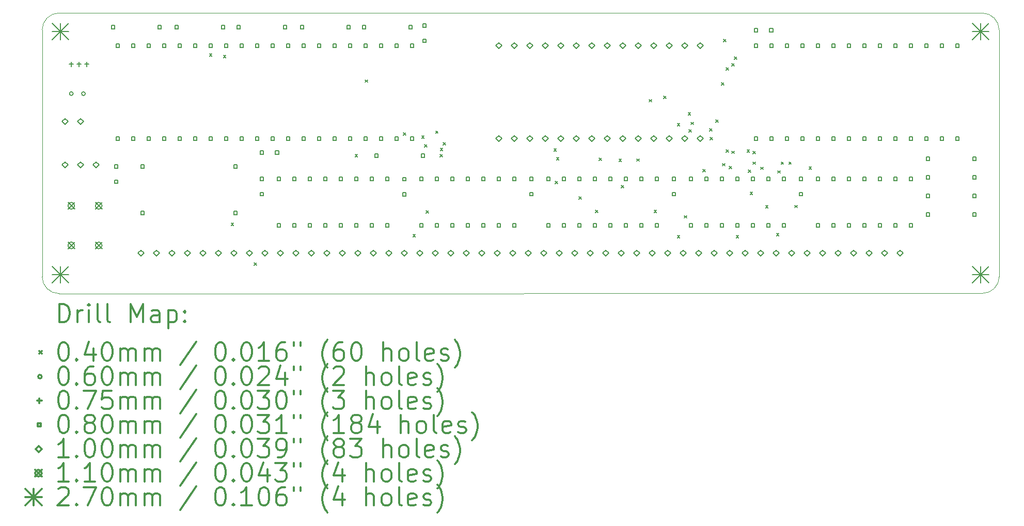
<source format=gbr>
%FSLAX45Y45*%
G04 Gerber Fmt 4.5, Leading zero omitted, Abs format (unit mm)*
G04 Created by KiCad (PCBNEW (5.1.9-0-10_14)) date 2021-05-12 02:13:37*
%MOMM*%
%LPD*%
G01*
G04 APERTURE LIST*
%TA.AperFunction,Profile*%
%ADD10C,0.120000*%
%TD*%
%ADD11C,0.200000*%
%ADD12C,0.300000*%
G04 APERTURE END LIST*
D10*
X21488400Y-12473800D02*
G75*
G02*
X21211400Y-12750800I-277000J0D01*
G01*
X21209000Y-8151000D02*
G75*
G02*
X21486000Y-8428000I0J-277000D01*
G01*
X5796000Y-8428000D02*
G75*
G02*
X6073000Y-8151000I277000J0D01*
G01*
X6073000Y-12753200D02*
G75*
G02*
X5796000Y-12476200I0J277000D01*
G01*
X21211400Y-12750800D02*
X6073000Y-12753200D01*
X21486000Y-8428000D02*
X21488400Y-12473800D01*
X5796000Y-8428000D02*
X5796000Y-12476200D01*
X6073000Y-8151000D02*
X21209000Y-8151000D01*
D11*
X8539193Y-8818593D02*
X8579193Y-8858593D01*
X8579193Y-8818593D02*
X8539193Y-8858593D01*
X8768400Y-8844600D02*
X8808400Y-8884600D01*
X8808400Y-8844600D02*
X8768400Y-8884600D01*
X8895400Y-11595401D02*
X8935400Y-11635401D01*
X8935400Y-11595401D02*
X8895400Y-11635401D01*
X9274543Y-12246539D02*
X9314543Y-12286539D01*
X9314543Y-12246539D02*
X9274543Y-12286539D01*
X10927400Y-10470200D02*
X10967400Y-10510200D01*
X10967400Y-10470200D02*
X10927400Y-10510200D01*
X11092238Y-9247500D02*
X11132238Y-9287500D01*
X11132238Y-9247500D02*
X11092238Y-9287500D01*
X11716799Y-10117814D02*
X11756799Y-10157814D01*
X11756799Y-10117814D02*
X11716799Y-10157814D01*
X11875005Y-11783195D02*
X11915005Y-11823195D01*
X11915005Y-11783195D02*
X11875005Y-11823195D01*
X12019600Y-10165400D02*
X12059600Y-10205400D01*
X12059600Y-10165400D02*
X12019600Y-10205400D01*
X12063730Y-10312344D02*
X12103730Y-10352344D01*
X12103730Y-10312344D02*
X12063730Y-10352344D01*
X12089691Y-11390709D02*
X12129691Y-11430709D01*
X12129691Y-11390709D02*
X12089691Y-11430709D01*
X12248200Y-10085400D02*
X12288200Y-10125400D01*
X12288200Y-10085400D02*
X12248200Y-10125400D01*
X12317401Y-10469480D02*
X12357401Y-10509480D01*
X12357401Y-10469480D02*
X12317401Y-10509480D01*
X12324598Y-10369359D02*
X12364598Y-10409359D01*
X12364598Y-10369359D02*
X12324598Y-10409359D01*
X12372894Y-10276511D02*
X12412894Y-10316511D01*
X12412894Y-10276511D02*
X12372894Y-10316511D01*
X14186125Y-10375600D02*
X14226125Y-10415600D01*
X14226125Y-10375600D02*
X14186125Y-10415600D01*
X14205780Y-10913810D02*
X14245780Y-10953810D01*
X14245780Y-10913810D02*
X14205780Y-10953810D01*
X14229400Y-10521000D02*
X14269400Y-10561000D01*
X14269400Y-10521000D02*
X14229400Y-10561000D01*
X14598611Y-11166574D02*
X14638611Y-11206574D01*
X14638611Y-11166574D02*
X14598611Y-11206574D01*
X14867227Y-11382398D02*
X14907227Y-11422398D01*
X14907227Y-11382398D02*
X14867227Y-11422398D01*
X14929680Y-10529596D02*
X14969680Y-10569596D01*
X14969680Y-10529596D02*
X14929680Y-10569596D01*
X15253787Y-10544636D02*
X15293787Y-10584636D01*
X15293787Y-10544636D02*
X15253787Y-10584636D01*
X15293470Y-10980741D02*
X15333470Y-11020741D01*
X15333470Y-10980741D02*
X15293470Y-11020741D01*
X15543102Y-10542901D02*
X15583102Y-10582901D01*
X15583102Y-10542901D02*
X15543102Y-10582901D01*
X15750993Y-9568986D02*
X15790993Y-9608986D01*
X15790993Y-9568986D02*
X15750993Y-9608986D01*
X15829600Y-11384600D02*
X15869600Y-11424600D01*
X15869600Y-11384600D02*
X15829600Y-11424600D01*
X15987084Y-9514201D02*
X16027084Y-9554201D01*
X16027084Y-9514201D02*
X15987084Y-9554201D01*
X16210600Y-9962200D02*
X16250600Y-10002200D01*
X16250600Y-9962200D02*
X16210600Y-10002200D01*
X16210600Y-11798601D02*
X16250600Y-11838601D01*
X16250600Y-11798601D02*
X16210600Y-11838601D01*
X16322880Y-11474201D02*
X16362880Y-11514201D01*
X16362880Y-11474201D02*
X16322880Y-11514201D01*
X16388400Y-9784400D02*
X16428400Y-9824400D01*
X16428400Y-9784400D02*
X16388400Y-9824400D01*
X16400033Y-10064264D02*
X16440033Y-10104264D01*
X16440033Y-10064264D02*
X16400033Y-10104264D01*
X16436280Y-9940935D02*
X16476280Y-9980935D01*
X16476280Y-9940935D02*
X16436280Y-9980935D01*
X16627800Y-10717035D02*
X16667800Y-10757035D01*
X16667800Y-10717035D02*
X16627800Y-10757035D01*
X16742542Y-10044909D02*
X16782542Y-10084909D01*
X16782542Y-10044909D02*
X16742542Y-10084909D01*
X16745389Y-10190309D02*
X16785390Y-10230309D01*
X16785390Y-10190309D02*
X16745389Y-10230309D01*
X16842875Y-9900969D02*
X16882875Y-9940969D01*
X16882875Y-9900969D02*
X16842875Y-9940969D01*
X16936684Y-9292498D02*
X16976684Y-9332498D01*
X16976684Y-9292498D02*
X16936684Y-9332498D01*
X16953682Y-10619101D02*
X16993682Y-10659101D01*
X16993682Y-10619101D02*
X16953682Y-10659101D01*
X16965491Y-8584706D02*
X17005491Y-8624706D01*
X17005491Y-8584706D02*
X16965491Y-8624706D01*
X17008635Y-10394303D02*
X17048635Y-10434303D01*
X17048635Y-10394303D02*
X17008635Y-10434303D01*
X17009385Y-9047801D02*
X17049385Y-9087801D01*
X17049385Y-9047801D02*
X17009385Y-9087801D01*
X17061123Y-10664502D02*
X17101123Y-10704502D01*
X17101123Y-10664502D02*
X17061123Y-10704502D01*
X17101698Y-8977904D02*
X17141698Y-9017904D01*
X17141698Y-8977904D02*
X17101698Y-9017904D01*
X17106133Y-10416538D02*
X17146133Y-10456538D01*
X17146133Y-10416538D02*
X17106133Y-10456538D01*
X17143401Y-8872964D02*
X17183401Y-8912964D01*
X17183401Y-8872964D02*
X17143401Y-8912964D01*
X17175800Y-11798602D02*
X17215800Y-11838602D01*
X17215800Y-11798602D02*
X17175800Y-11838602D01*
X17353600Y-10394000D02*
X17393600Y-10434000D01*
X17393600Y-10394000D02*
X17353600Y-10434000D01*
X17371833Y-10723763D02*
X17411833Y-10763763D01*
X17411833Y-10723763D02*
X17371833Y-10763763D01*
X17404400Y-11087400D02*
X17444400Y-11127400D01*
X17444400Y-11087400D02*
X17404400Y-11127400D01*
X17451393Y-10593701D02*
X17491393Y-10633701D01*
X17491393Y-10593701D02*
X17451393Y-10633701D01*
X17453090Y-10421602D02*
X17493090Y-10461602D01*
X17493090Y-10421602D02*
X17453090Y-10461602D01*
X17577987Y-10677392D02*
X17617987Y-10717392D01*
X17617987Y-10677392D02*
X17577987Y-10717392D01*
X17658400Y-11308400D02*
X17698400Y-11348400D01*
X17698400Y-11308400D02*
X17658400Y-11348400D01*
X17836200Y-11765600D02*
X17876200Y-11805600D01*
X17876200Y-11765600D02*
X17836200Y-11805600D01*
X17857725Y-10736359D02*
X17897725Y-10776359D01*
X17897725Y-10736359D02*
X17857725Y-10776359D01*
X17912400Y-10593701D02*
X17952400Y-10633701D01*
X17952400Y-10593701D02*
X17912400Y-10633701D01*
X18039400Y-10593701D02*
X18079400Y-10633701D01*
X18079400Y-10593701D02*
X18039400Y-10633701D01*
X18136491Y-11303891D02*
X18176491Y-11343891D01*
X18176491Y-11303891D02*
X18136491Y-11343891D01*
X18369600Y-10673400D02*
X18409600Y-10713400D01*
X18409600Y-10673400D02*
X18369600Y-10713400D01*
X6303800Y-9474200D02*
G75*
G03*
X6303800Y-9474200I-30000J0D01*
G01*
X6503800Y-9474200D02*
G75*
G03*
X6503800Y-9474200I-30000J0D01*
G01*
X6273800Y-8954100D02*
X6273800Y-9029100D01*
X6236300Y-8991600D02*
X6311300Y-8991600D01*
X6400800Y-8954100D02*
X6400800Y-9029100D01*
X6363300Y-8991600D02*
X6438300Y-8991600D01*
X6527800Y-8954100D02*
X6527800Y-9029100D01*
X6490300Y-8991600D02*
X6565300Y-8991600D01*
X6987884Y-8410285D02*
X6987884Y-8353715D01*
X6931315Y-8353715D01*
X6931315Y-8410285D01*
X6987884Y-8410285D01*
X7038684Y-10696285D02*
X7038684Y-10639716D01*
X6982115Y-10639716D01*
X6982115Y-10696285D01*
X7038684Y-10696285D01*
X7038684Y-10946285D02*
X7038684Y-10889716D01*
X6982115Y-10889716D01*
X6982115Y-10946285D01*
X7038684Y-10946285D01*
X7064084Y-8715085D02*
X7064084Y-8658516D01*
X7007515Y-8658516D01*
X7007515Y-8715085D01*
X7064084Y-8715085D01*
X7064084Y-10239085D02*
X7064084Y-10182516D01*
X7007515Y-10182516D01*
X7007515Y-10239085D01*
X7064084Y-10239085D01*
X7318084Y-8715085D02*
X7318084Y-8658516D01*
X7261515Y-8658516D01*
X7261515Y-8715085D01*
X7318084Y-8715085D01*
X7318084Y-10239085D02*
X7318084Y-10182516D01*
X7261515Y-10182516D01*
X7261515Y-10239085D01*
X7318084Y-10239085D01*
X7470484Y-10696285D02*
X7470484Y-10639716D01*
X7413915Y-10639716D01*
X7413915Y-10696285D01*
X7470484Y-10696285D01*
X7470484Y-11458284D02*
X7470484Y-11401715D01*
X7413915Y-11401715D01*
X7413915Y-11458284D01*
X7470484Y-11458284D01*
X7572084Y-8715085D02*
X7572084Y-8658516D01*
X7515515Y-8658516D01*
X7515515Y-8715085D01*
X7572084Y-8715085D01*
X7572084Y-10239085D02*
X7572084Y-10182516D01*
X7515515Y-10182516D01*
X7515515Y-10239085D01*
X7572084Y-10239085D01*
X7749884Y-8410285D02*
X7749884Y-8353715D01*
X7693315Y-8353715D01*
X7693315Y-8410285D01*
X7749884Y-8410285D01*
X7826084Y-8715085D02*
X7826084Y-8658516D01*
X7769515Y-8658516D01*
X7769515Y-8715085D01*
X7826084Y-8715085D01*
X7826084Y-10239085D02*
X7826084Y-10182516D01*
X7769515Y-10182516D01*
X7769515Y-10239085D01*
X7826084Y-10239085D01*
X8029284Y-8410285D02*
X8029284Y-8353715D01*
X7972715Y-8353715D01*
X7972715Y-8410285D01*
X8029284Y-8410285D01*
X8080084Y-8715085D02*
X8080084Y-8658516D01*
X8023515Y-8658516D01*
X8023515Y-8715085D01*
X8080084Y-8715085D01*
X8080084Y-10239085D02*
X8080084Y-10182516D01*
X8023515Y-10182516D01*
X8023515Y-10239085D01*
X8080084Y-10239085D01*
X8334084Y-8715085D02*
X8334084Y-8658516D01*
X8277515Y-8658516D01*
X8277515Y-8715085D01*
X8334084Y-8715085D01*
X8334084Y-10239085D02*
X8334084Y-10182516D01*
X8277515Y-10182516D01*
X8277515Y-10239085D01*
X8334084Y-10239085D01*
X8588085Y-8715085D02*
X8588085Y-8658516D01*
X8531516Y-8658516D01*
X8531516Y-8715085D01*
X8588085Y-8715085D01*
X8588085Y-10239085D02*
X8588085Y-10182516D01*
X8531516Y-10182516D01*
X8531516Y-10239085D01*
X8588085Y-10239085D01*
X8791285Y-8410285D02*
X8791285Y-8353715D01*
X8734716Y-8353715D01*
X8734716Y-8410285D01*
X8791285Y-8410285D01*
X8842085Y-8715085D02*
X8842085Y-8658516D01*
X8785516Y-8658516D01*
X8785516Y-8715085D01*
X8842085Y-8715085D01*
X8842085Y-10239085D02*
X8842085Y-10182516D01*
X8785516Y-10182516D01*
X8785516Y-10239085D01*
X8842085Y-10239085D01*
X8994485Y-10696285D02*
X8994485Y-10639716D01*
X8937916Y-10639716D01*
X8937916Y-10696285D01*
X8994485Y-10696285D01*
X8994485Y-11458284D02*
X8994485Y-11401715D01*
X8937916Y-11401715D01*
X8937916Y-11458284D01*
X8994485Y-11458284D01*
X9045285Y-8410285D02*
X9045285Y-8353715D01*
X8988716Y-8353715D01*
X8988716Y-8410285D01*
X9045285Y-8410285D01*
X9096085Y-8715085D02*
X9096085Y-8658516D01*
X9039516Y-8658516D01*
X9039516Y-8715085D01*
X9096085Y-8715085D01*
X9096085Y-10239085D02*
X9096085Y-10182516D01*
X9039516Y-10182516D01*
X9039516Y-10239085D01*
X9096085Y-10239085D01*
X9350085Y-8715085D02*
X9350085Y-8658516D01*
X9293516Y-8658516D01*
X9293516Y-8715085D01*
X9350085Y-8715085D01*
X9350085Y-10239085D02*
X9350085Y-10182516D01*
X9293516Y-10182516D01*
X9293516Y-10239085D01*
X9350085Y-10239085D01*
X9426285Y-10467685D02*
X9426285Y-10411116D01*
X9369716Y-10411116D01*
X9369716Y-10467685D01*
X9426285Y-10467685D01*
X9426285Y-10899485D02*
X9426285Y-10842916D01*
X9369716Y-10842916D01*
X9369716Y-10899485D01*
X9426285Y-10899485D01*
X9426285Y-11149485D02*
X9426285Y-11092916D01*
X9369716Y-11092916D01*
X9369716Y-11149485D01*
X9426285Y-11149485D01*
X9604085Y-8715085D02*
X9604085Y-8658516D01*
X9547516Y-8658516D01*
X9547516Y-8715085D01*
X9604085Y-8715085D01*
X9604085Y-10239085D02*
X9604085Y-10182516D01*
X9547516Y-10182516D01*
X9547516Y-10239085D01*
X9604085Y-10239085D01*
X9676285Y-10467685D02*
X9676285Y-10411116D01*
X9619716Y-10411116D01*
X9619716Y-10467685D01*
X9676285Y-10467685D01*
X9705685Y-10899485D02*
X9705685Y-10842916D01*
X9649116Y-10842916D01*
X9649116Y-10899485D01*
X9705685Y-10899485D01*
X9705685Y-11661484D02*
X9705685Y-11604915D01*
X9649116Y-11604915D01*
X9649116Y-11661484D01*
X9705685Y-11661484D01*
X9807285Y-8410285D02*
X9807285Y-8353715D01*
X9750716Y-8353715D01*
X9750716Y-8410285D01*
X9807285Y-8410285D01*
X9858085Y-8715085D02*
X9858085Y-8658516D01*
X9801516Y-8658516D01*
X9801516Y-8715085D01*
X9858085Y-8715085D01*
X9858085Y-10239085D02*
X9858085Y-10182516D01*
X9801516Y-10182516D01*
X9801516Y-10239085D01*
X9858085Y-10239085D01*
X9959685Y-10899485D02*
X9959685Y-10842916D01*
X9903116Y-10842916D01*
X9903116Y-10899485D01*
X9959685Y-10899485D01*
X9959685Y-11661484D02*
X9959685Y-11604915D01*
X9903116Y-11604915D01*
X9903116Y-11661484D01*
X9959685Y-11661484D01*
X10086685Y-8410285D02*
X10086685Y-8353715D01*
X10030116Y-8353715D01*
X10030116Y-8410285D01*
X10086685Y-8410285D01*
X10112085Y-8715085D02*
X10112085Y-8658516D01*
X10055516Y-8658516D01*
X10055516Y-8715085D01*
X10112085Y-8715085D01*
X10112085Y-10239085D02*
X10112085Y-10182516D01*
X10055516Y-10182516D01*
X10055516Y-10239085D01*
X10112085Y-10239085D01*
X10213685Y-10899485D02*
X10213685Y-10842916D01*
X10157116Y-10842916D01*
X10157116Y-10899485D01*
X10213685Y-10899485D01*
X10213685Y-11661484D02*
X10213685Y-11604915D01*
X10157116Y-11604915D01*
X10157116Y-11661484D01*
X10213685Y-11661484D01*
X10366085Y-8715085D02*
X10366085Y-8658516D01*
X10309516Y-8658516D01*
X10309516Y-8715085D01*
X10366085Y-8715085D01*
X10366085Y-10239085D02*
X10366085Y-10182516D01*
X10309516Y-10182516D01*
X10309516Y-10239085D01*
X10366085Y-10239085D01*
X10467685Y-10899485D02*
X10467685Y-10842916D01*
X10411116Y-10842916D01*
X10411116Y-10899485D01*
X10467685Y-10899485D01*
X10467685Y-11661484D02*
X10467685Y-11604915D01*
X10411116Y-11604915D01*
X10411116Y-11661484D01*
X10467685Y-11661484D01*
X10620085Y-8715085D02*
X10620085Y-8658516D01*
X10563516Y-8658516D01*
X10563516Y-8715085D01*
X10620085Y-8715085D01*
X10620085Y-10239085D02*
X10620085Y-10182516D01*
X10563516Y-10182516D01*
X10563516Y-10239085D01*
X10620085Y-10239085D01*
X10721685Y-10899485D02*
X10721685Y-10842916D01*
X10665116Y-10842916D01*
X10665116Y-10899485D01*
X10721685Y-10899485D01*
X10721685Y-11661484D02*
X10721685Y-11604915D01*
X10665116Y-11604915D01*
X10665116Y-11661484D01*
X10721685Y-11661484D01*
X10848685Y-8410285D02*
X10848685Y-8353715D01*
X10792116Y-8353715D01*
X10792116Y-8410285D01*
X10848685Y-8410285D01*
X10874085Y-8715085D02*
X10874085Y-8658516D01*
X10817516Y-8658516D01*
X10817516Y-8715085D01*
X10874085Y-8715085D01*
X10874085Y-10239085D02*
X10874085Y-10182516D01*
X10817516Y-10182516D01*
X10817516Y-10239085D01*
X10874085Y-10239085D01*
X10975685Y-10899485D02*
X10975685Y-10842916D01*
X10919116Y-10842916D01*
X10919116Y-10899485D01*
X10975685Y-10899485D01*
X10975685Y-11661484D02*
X10975685Y-11604915D01*
X10919116Y-11604915D01*
X10919116Y-11661484D01*
X10975685Y-11661484D01*
X11102685Y-8410285D02*
X11102685Y-8353715D01*
X11046116Y-8353715D01*
X11046116Y-8410285D01*
X11102685Y-8410285D01*
X11128085Y-8715085D02*
X11128085Y-8658516D01*
X11071516Y-8658516D01*
X11071516Y-8715085D01*
X11128085Y-8715085D01*
X11128085Y-10239085D02*
X11128085Y-10182516D01*
X11071516Y-10182516D01*
X11071516Y-10239085D01*
X11128085Y-10239085D01*
X11229684Y-10899485D02*
X11229684Y-10842916D01*
X11173116Y-10842916D01*
X11173116Y-10899485D01*
X11229684Y-10899485D01*
X11229684Y-11661484D02*
X11229684Y-11604915D01*
X11173116Y-11604915D01*
X11173116Y-11661484D01*
X11229684Y-11661484D01*
X11305884Y-10518485D02*
X11305884Y-10461916D01*
X11249315Y-10461916D01*
X11249315Y-10518485D01*
X11305884Y-10518485D01*
X11382084Y-8715085D02*
X11382084Y-8658516D01*
X11325515Y-8658516D01*
X11325515Y-8715085D01*
X11382084Y-8715085D01*
X11382084Y-10239085D02*
X11382084Y-10182516D01*
X11325515Y-10182516D01*
X11325515Y-10239085D01*
X11382084Y-10239085D01*
X11483684Y-10899485D02*
X11483684Y-10842916D01*
X11427115Y-10842916D01*
X11427115Y-10899485D01*
X11483684Y-10899485D01*
X11483684Y-11661484D02*
X11483684Y-11604915D01*
X11427115Y-11604915D01*
X11427115Y-11661484D01*
X11483684Y-11661484D01*
X11636084Y-8715085D02*
X11636084Y-8658516D01*
X11579515Y-8658516D01*
X11579515Y-8715085D01*
X11636084Y-8715085D01*
X11636084Y-10239085D02*
X11636084Y-10182516D01*
X11579515Y-10182516D01*
X11579515Y-10239085D01*
X11636084Y-10239085D01*
X11763084Y-10903485D02*
X11763084Y-10846916D01*
X11706515Y-10846916D01*
X11706515Y-10903485D01*
X11763084Y-10903485D01*
X11763084Y-11153485D02*
X11763084Y-11096916D01*
X11706515Y-11096916D01*
X11706515Y-11153485D01*
X11763084Y-11153485D01*
X11864684Y-8410285D02*
X11864684Y-8353715D01*
X11808115Y-8353715D01*
X11808115Y-8410285D01*
X11864684Y-8410285D01*
X11890084Y-8715085D02*
X11890084Y-8658516D01*
X11833515Y-8658516D01*
X11833515Y-8715085D01*
X11890084Y-8715085D01*
X11890084Y-10239085D02*
X11890084Y-10182516D01*
X11833515Y-10182516D01*
X11833515Y-10239085D01*
X11890084Y-10239085D01*
X12042484Y-10899485D02*
X12042484Y-10842916D01*
X11985915Y-10842916D01*
X11985915Y-10899485D01*
X12042484Y-10899485D01*
X12042484Y-11661484D02*
X12042484Y-11604915D01*
X11985915Y-11604915D01*
X11985915Y-11661484D01*
X12042484Y-11661484D01*
X12067884Y-10518485D02*
X12067884Y-10461916D01*
X12011315Y-10461916D01*
X12011315Y-10518485D01*
X12067884Y-10518485D01*
X12093284Y-8384884D02*
X12093284Y-8328315D01*
X12036715Y-8328315D01*
X12036715Y-8384884D01*
X12093284Y-8384884D01*
X12093284Y-8634885D02*
X12093284Y-8578316D01*
X12036715Y-8578316D01*
X12036715Y-8634885D01*
X12093284Y-8634885D01*
X12296484Y-10899485D02*
X12296484Y-10842916D01*
X12239915Y-10842916D01*
X12239915Y-10899485D01*
X12296484Y-10899485D01*
X12296484Y-11661484D02*
X12296484Y-11604915D01*
X12239915Y-11604915D01*
X12239915Y-11661484D01*
X12296484Y-11661484D01*
X12550484Y-10899485D02*
X12550484Y-10842916D01*
X12493915Y-10842916D01*
X12493915Y-10899485D01*
X12550484Y-10899485D01*
X12550484Y-11661484D02*
X12550484Y-11604915D01*
X12493915Y-11604915D01*
X12493915Y-11661484D01*
X12550484Y-11661484D01*
X12804484Y-10899485D02*
X12804484Y-10842916D01*
X12747915Y-10842916D01*
X12747915Y-10899485D01*
X12804484Y-10899485D01*
X12804484Y-11661484D02*
X12804484Y-11604915D01*
X12747915Y-11604915D01*
X12747915Y-11661484D01*
X12804484Y-11661484D01*
X13058484Y-10899485D02*
X13058484Y-10842916D01*
X13001915Y-10842916D01*
X13001915Y-10899485D01*
X13058484Y-10899485D01*
X13058484Y-11661484D02*
X13058484Y-11604915D01*
X13001915Y-11604915D01*
X13001915Y-11661484D01*
X13058484Y-11661484D01*
X13312484Y-10899485D02*
X13312484Y-10842916D01*
X13255915Y-10842916D01*
X13255915Y-10899485D01*
X13312484Y-10899485D01*
X13312484Y-11661484D02*
X13312484Y-11604915D01*
X13255915Y-11604915D01*
X13255915Y-11661484D01*
X13312484Y-11661484D01*
X13566484Y-10899485D02*
X13566484Y-10842916D01*
X13509915Y-10842916D01*
X13509915Y-10899485D01*
X13566484Y-10899485D01*
X13566484Y-11661484D02*
X13566484Y-11604915D01*
X13509915Y-11604915D01*
X13509915Y-11661484D01*
X13566484Y-11661484D01*
X13845884Y-10899485D02*
X13845884Y-10842916D01*
X13789315Y-10842916D01*
X13789315Y-10899485D01*
X13845884Y-10899485D01*
X13845884Y-11149485D02*
X13845884Y-11092916D01*
X13789315Y-11092916D01*
X13789315Y-11149485D01*
X13845884Y-11149485D01*
X14125284Y-10899485D02*
X14125284Y-10842916D01*
X14068715Y-10842916D01*
X14068715Y-10899485D01*
X14125284Y-10899485D01*
X14125284Y-11661484D02*
X14125284Y-11604915D01*
X14068715Y-11604915D01*
X14068715Y-11661484D01*
X14125284Y-11661484D01*
X14379284Y-10899485D02*
X14379284Y-10842916D01*
X14322715Y-10842916D01*
X14322715Y-10899485D01*
X14379284Y-10899485D01*
X14379284Y-11661484D02*
X14379284Y-11604915D01*
X14322715Y-11604915D01*
X14322715Y-11661484D01*
X14379284Y-11661484D01*
X14633284Y-10899485D02*
X14633284Y-10842916D01*
X14576715Y-10842916D01*
X14576715Y-10899485D01*
X14633284Y-10899485D01*
X14633284Y-11661484D02*
X14633284Y-11604915D01*
X14576715Y-11604915D01*
X14576715Y-11661484D01*
X14633284Y-11661484D01*
X14887284Y-10899485D02*
X14887284Y-10842916D01*
X14830715Y-10842916D01*
X14830715Y-10899485D01*
X14887284Y-10899485D01*
X14887284Y-11661484D02*
X14887284Y-11604915D01*
X14830715Y-11604915D01*
X14830715Y-11661484D01*
X14887284Y-11661484D01*
X15141284Y-10899485D02*
X15141284Y-10842916D01*
X15084715Y-10842916D01*
X15084715Y-10899485D01*
X15141284Y-10899485D01*
X15141284Y-11661484D02*
X15141284Y-11604915D01*
X15084715Y-11604915D01*
X15084715Y-11661484D01*
X15141284Y-11661484D01*
X15395284Y-10899485D02*
X15395284Y-10842916D01*
X15338715Y-10842916D01*
X15338715Y-10899485D01*
X15395284Y-10899485D01*
X15395284Y-11661484D02*
X15395284Y-11604915D01*
X15338715Y-11604915D01*
X15338715Y-11661484D01*
X15395284Y-11661484D01*
X15649284Y-10899485D02*
X15649284Y-10842916D01*
X15592715Y-10842916D01*
X15592715Y-10899485D01*
X15649284Y-10899485D01*
X15649284Y-11661484D02*
X15649284Y-11604915D01*
X15592715Y-11604915D01*
X15592715Y-11661484D01*
X15649284Y-11661484D01*
X15903284Y-10899485D02*
X15903284Y-10842916D01*
X15846715Y-10842916D01*
X15846715Y-10899485D01*
X15903284Y-10899485D01*
X15903284Y-11661484D02*
X15903284Y-11604915D01*
X15846715Y-11604915D01*
X15846715Y-11661484D01*
X15903284Y-11661484D01*
X16182684Y-10899485D02*
X16182684Y-10842916D01*
X16126115Y-10842916D01*
X16126115Y-10899485D01*
X16182684Y-10899485D01*
X16182684Y-11149485D02*
X16182684Y-11092916D01*
X16126115Y-11092916D01*
X16126115Y-11149485D01*
X16182684Y-11149485D01*
X16462084Y-10899485D02*
X16462084Y-10842916D01*
X16405515Y-10842916D01*
X16405515Y-10899485D01*
X16462084Y-10899485D01*
X16462084Y-11661484D02*
X16462084Y-11604915D01*
X16405515Y-11604915D01*
X16405515Y-11661484D01*
X16462084Y-11661484D01*
X16716084Y-10899485D02*
X16716084Y-10842916D01*
X16659515Y-10842916D01*
X16659515Y-10899485D01*
X16716084Y-10899485D01*
X16716084Y-11661484D02*
X16716084Y-11604915D01*
X16659515Y-11604915D01*
X16659515Y-11661484D01*
X16716084Y-11661484D01*
X16970085Y-10899485D02*
X16970085Y-10842916D01*
X16913516Y-10842916D01*
X16913516Y-10899485D01*
X16970085Y-10899485D01*
X16970085Y-11661484D02*
X16970085Y-11604915D01*
X16913516Y-11604915D01*
X16913516Y-11661484D01*
X16970085Y-11661484D01*
X17224085Y-10899485D02*
X17224085Y-10842916D01*
X17167516Y-10842916D01*
X17167516Y-10899485D01*
X17224085Y-10899485D01*
X17224085Y-11661484D02*
X17224085Y-11604915D01*
X17167516Y-11604915D01*
X17167516Y-11661484D01*
X17224085Y-11661484D01*
X17478085Y-10899485D02*
X17478085Y-10842916D01*
X17421516Y-10842916D01*
X17421516Y-10899485D01*
X17478085Y-10899485D01*
X17478085Y-11661484D02*
X17478085Y-11604915D01*
X17421516Y-11604915D01*
X17421516Y-11661484D01*
X17478085Y-11661484D01*
X17528885Y-8461085D02*
X17528885Y-8404516D01*
X17472316Y-8404516D01*
X17472316Y-8461085D01*
X17528885Y-8461085D01*
X17528885Y-8715085D02*
X17528885Y-8658516D01*
X17472316Y-8658516D01*
X17472316Y-8715085D01*
X17528885Y-8715085D01*
X17528885Y-10239085D02*
X17528885Y-10182516D01*
X17472316Y-10182516D01*
X17472316Y-10239085D01*
X17528885Y-10239085D01*
X17732085Y-10899485D02*
X17732085Y-10842916D01*
X17675516Y-10842916D01*
X17675516Y-10899485D01*
X17732085Y-10899485D01*
X17732085Y-11661484D02*
X17732085Y-11604915D01*
X17675516Y-11604915D01*
X17675516Y-11661484D01*
X17732085Y-11661484D01*
X17778885Y-8461085D02*
X17778885Y-8404516D01*
X17722316Y-8404516D01*
X17722316Y-8461085D01*
X17778885Y-8461085D01*
X17782885Y-8715085D02*
X17782885Y-8658516D01*
X17726316Y-8658516D01*
X17726316Y-8715085D01*
X17782885Y-8715085D01*
X17782885Y-10239085D02*
X17782885Y-10182516D01*
X17726316Y-10182516D01*
X17726316Y-10239085D01*
X17782885Y-10239085D01*
X17986085Y-10899485D02*
X17986085Y-10842916D01*
X17929516Y-10842916D01*
X17929516Y-10899485D01*
X17986085Y-10899485D01*
X17986085Y-11661484D02*
X17986085Y-11604915D01*
X17929516Y-11604915D01*
X17929516Y-11661484D01*
X17986085Y-11661484D01*
X18036885Y-8715085D02*
X18036885Y-8658516D01*
X17980316Y-8658516D01*
X17980316Y-8715085D01*
X18036885Y-8715085D01*
X18036885Y-10239085D02*
X18036885Y-10182516D01*
X17980316Y-10182516D01*
X17980316Y-10239085D01*
X18036885Y-10239085D01*
X18265485Y-10899485D02*
X18265485Y-10842916D01*
X18208916Y-10842916D01*
X18208916Y-10899485D01*
X18265485Y-10899485D01*
X18265485Y-11149485D02*
X18265485Y-11092916D01*
X18208916Y-11092916D01*
X18208916Y-11149485D01*
X18265485Y-11149485D01*
X18290885Y-8715085D02*
X18290885Y-8658516D01*
X18234316Y-8658516D01*
X18234316Y-8715085D01*
X18290885Y-8715085D01*
X18290885Y-10239085D02*
X18290885Y-10182516D01*
X18234316Y-10182516D01*
X18234316Y-10239085D01*
X18290885Y-10239085D01*
X18544885Y-8715085D02*
X18544885Y-8658516D01*
X18488316Y-8658516D01*
X18488316Y-8715085D01*
X18544885Y-8715085D01*
X18544885Y-10239085D02*
X18544885Y-10182516D01*
X18488316Y-10182516D01*
X18488316Y-10239085D01*
X18544885Y-10239085D01*
X18544885Y-10899485D02*
X18544885Y-10842916D01*
X18488316Y-10842916D01*
X18488316Y-10899485D01*
X18544885Y-10899485D01*
X18544885Y-11661484D02*
X18544885Y-11604915D01*
X18488316Y-11604915D01*
X18488316Y-11661484D01*
X18544885Y-11661484D01*
X18798885Y-8715085D02*
X18798885Y-8658516D01*
X18742316Y-8658516D01*
X18742316Y-8715085D01*
X18798885Y-8715085D01*
X18798885Y-10239085D02*
X18798885Y-10182516D01*
X18742316Y-10182516D01*
X18742316Y-10239085D01*
X18798885Y-10239085D01*
X18798885Y-10899485D02*
X18798885Y-10842916D01*
X18742316Y-10842916D01*
X18742316Y-10899485D01*
X18798885Y-10899485D01*
X18798885Y-11661484D02*
X18798885Y-11604915D01*
X18742316Y-11604915D01*
X18742316Y-11661484D01*
X18798885Y-11661484D01*
X19052885Y-8715085D02*
X19052885Y-8658516D01*
X18996316Y-8658516D01*
X18996316Y-8715085D01*
X19052885Y-8715085D01*
X19052885Y-10239085D02*
X19052885Y-10182516D01*
X18996316Y-10182516D01*
X18996316Y-10239085D01*
X19052885Y-10239085D01*
X19052885Y-10899485D02*
X19052885Y-10842916D01*
X18996316Y-10842916D01*
X18996316Y-10899485D01*
X19052885Y-10899485D01*
X19052885Y-11661484D02*
X19052885Y-11604915D01*
X18996316Y-11604915D01*
X18996316Y-11661484D01*
X19052885Y-11661484D01*
X19306885Y-8715085D02*
X19306885Y-8658516D01*
X19250316Y-8658516D01*
X19250316Y-8715085D01*
X19306885Y-8715085D01*
X19306885Y-10239085D02*
X19306885Y-10182516D01*
X19250316Y-10182516D01*
X19250316Y-10239085D01*
X19306885Y-10239085D01*
X19306885Y-10899485D02*
X19306885Y-10842916D01*
X19250316Y-10842916D01*
X19250316Y-10899485D01*
X19306885Y-10899485D01*
X19306885Y-11661484D02*
X19306885Y-11604915D01*
X19250316Y-11604915D01*
X19250316Y-11661484D01*
X19306885Y-11661484D01*
X19560885Y-8715085D02*
X19560885Y-8658516D01*
X19504316Y-8658516D01*
X19504316Y-8715085D01*
X19560885Y-8715085D01*
X19560885Y-10239085D02*
X19560885Y-10182516D01*
X19504316Y-10182516D01*
X19504316Y-10239085D01*
X19560885Y-10239085D01*
X19560885Y-10899485D02*
X19560885Y-10842916D01*
X19504316Y-10842916D01*
X19504316Y-10899485D01*
X19560885Y-10899485D01*
X19560885Y-11661484D02*
X19560885Y-11604915D01*
X19504316Y-11604915D01*
X19504316Y-11661484D01*
X19560885Y-11661484D01*
X19814885Y-8715085D02*
X19814885Y-8658516D01*
X19758316Y-8658516D01*
X19758316Y-8715085D01*
X19814885Y-8715085D01*
X19814885Y-10239085D02*
X19814885Y-10182516D01*
X19758316Y-10182516D01*
X19758316Y-10239085D01*
X19814885Y-10239085D01*
X19814885Y-10899485D02*
X19814885Y-10842916D01*
X19758316Y-10842916D01*
X19758316Y-10899485D01*
X19814885Y-10899485D01*
X19814885Y-11661484D02*
X19814885Y-11604915D01*
X19758316Y-11604915D01*
X19758316Y-11661484D01*
X19814885Y-11661484D01*
X20068885Y-8715085D02*
X20068885Y-8658516D01*
X20012316Y-8658516D01*
X20012316Y-8715085D01*
X20068885Y-8715085D01*
X20068885Y-10239085D02*
X20068885Y-10182516D01*
X20012316Y-10182516D01*
X20012316Y-10239085D01*
X20068885Y-10239085D01*
X20068885Y-10899485D02*
X20068885Y-10842916D01*
X20012316Y-10842916D01*
X20012316Y-10899485D01*
X20068885Y-10899485D01*
X20068885Y-11661484D02*
X20068885Y-11604915D01*
X20012316Y-11604915D01*
X20012316Y-11661484D01*
X20068885Y-11661484D01*
X20322885Y-8715085D02*
X20322885Y-8658516D01*
X20266316Y-8658516D01*
X20266316Y-8715085D01*
X20322885Y-8715085D01*
X20322885Y-10239085D02*
X20322885Y-10182516D01*
X20266316Y-10182516D01*
X20266316Y-10239085D01*
X20322885Y-10239085D01*
X20348285Y-10569285D02*
X20348285Y-10512716D01*
X20291716Y-10512716D01*
X20291716Y-10569285D01*
X20348285Y-10569285D01*
X20348285Y-10874085D02*
X20348285Y-10817516D01*
X20291716Y-10817516D01*
X20291716Y-10874085D01*
X20348285Y-10874085D01*
X20348285Y-11178885D02*
X20348285Y-11122316D01*
X20291716Y-11122316D01*
X20291716Y-11178885D01*
X20348285Y-11178885D01*
X20348285Y-11483684D02*
X20348285Y-11427115D01*
X20291716Y-11427115D01*
X20291716Y-11483684D01*
X20348285Y-11483684D01*
X20576885Y-8715085D02*
X20576885Y-8658516D01*
X20520316Y-8658516D01*
X20520316Y-8715085D01*
X20576885Y-8715085D01*
X20576885Y-10239085D02*
X20576885Y-10182516D01*
X20520316Y-10182516D01*
X20520316Y-10239085D01*
X20576885Y-10239085D01*
X20830885Y-8715085D02*
X20830885Y-8658516D01*
X20774316Y-8658516D01*
X20774316Y-8715085D01*
X20830885Y-8715085D01*
X20830885Y-10239085D02*
X20830885Y-10182516D01*
X20774316Y-10182516D01*
X20774316Y-10239085D01*
X20830885Y-10239085D01*
X21110285Y-10569285D02*
X21110285Y-10512716D01*
X21053716Y-10512716D01*
X21053716Y-10569285D01*
X21110285Y-10569285D01*
X21110285Y-10874085D02*
X21110285Y-10817516D01*
X21053716Y-10817516D01*
X21053716Y-10874085D01*
X21110285Y-10874085D01*
X21110285Y-11178885D02*
X21110285Y-11122316D01*
X21053716Y-11122316D01*
X21053716Y-11178885D01*
X21110285Y-11178885D01*
X21110285Y-11483684D02*
X21110285Y-11427115D01*
X21053716Y-11427115D01*
X21053716Y-11483684D01*
X21110285Y-11483684D01*
X6172200Y-9981400D02*
X6222200Y-9931400D01*
X6172200Y-9881400D01*
X6122200Y-9931400D01*
X6172200Y-9981400D01*
X6172200Y-10692600D02*
X6222200Y-10642600D01*
X6172200Y-10592600D01*
X6122200Y-10642600D01*
X6172200Y-10692600D01*
X6426200Y-9981400D02*
X6476200Y-9931400D01*
X6426200Y-9881400D01*
X6376200Y-9931400D01*
X6426200Y-9981400D01*
X6426200Y-10692600D02*
X6476200Y-10642600D01*
X6426200Y-10592600D01*
X6376200Y-10642600D01*
X6426200Y-10692600D01*
X6680200Y-10692600D02*
X6730200Y-10642600D01*
X6680200Y-10592600D01*
X6630200Y-10642600D01*
X6680200Y-10692600D01*
X7416800Y-12140400D02*
X7466800Y-12090400D01*
X7416800Y-12040400D01*
X7366800Y-12090400D01*
X7416800Y-12140400D01*
X7670800Y-12140400D02*
X7720800Y-12090400D01*
X7670800Y-12040400D01*
X7620800Y-12090400D01*
X7670800Y-12140400D01*
X7924800Y-12140400D02*
X7974800Y-12090400D01*
X7924800Y-12040400D01*
X7874800Y-12090400D01*
X7924800Y-12140400D01*
X8178800Y-12140400D02*
X8228800Y-12090400D01*
X8178800Y-12040400D01*
X8128800Y-12090400D01*
X8178800Y-12140400D01*
X8432800Y-12140400D02*
X8482800Y-12090400D01*
X8432800Y-12040400D01*
X8382800Y-12090400D01*
X8432800Y-12140400D01*
X8686800Y-12140400D02*
X8736800Y-12090400D01*
X8686800Y-12040400D01*
X8636800Y-12090400D01*
X8686800Y-12140400D01*
X8940800Y-12140400D02*
X8990800Y-12090400D01*
X8940800Y-12040400D01*
X8890800Y-12090400D01*
X8940800Y-12140400D01*
X9194800Y-12140400D02*
X9244800Y-12090400D01*
X9194800Y-12040400D01*
X9144800Y-12090400D01*
X9194800Y-12140400D01*
X9448800Y-12140400D02*
X9498800Y-12090400D01*
X9448800Y-12040400D01*
X9398800Y-12090400D01*
X9448800Y-12140400D01*
X9702800Y-12140400D02*
X9752800Y-12090400D01*
X9702800Y-12040400D01*
X9652800Y-12090400D01*
X9702800Y-12140400D01*
X9956800Y-12140400D02*
X10006800Y-12090400D01*
X9956800Y-12040400D01*
X9906800Y-12090400D01*
X9956800Y-12140400D01*
X10210800Y-12140400D02*
X10260800Y-12090400D01*
X10210800Y-12040400D01*
X10160800Y-12090400D01*
X10210800Y-12140400D01*
X10464800Y-12140400D02*
X10514800Y-12090400D01*
X10464800Y-12040400D01*
X10414800Y-12090400D01*
X10464800Y-12140400D01*
X10718800Y-12140400D02*
X10768800Y-12090400D01*
X10718800Y-12040400D01*
X10668800Y-12090400D01*
X10718800Y-12140400D01*
X10972800Y-12140400D02*
X11022800Y-12090400D01*
X10972800Y-12040400D01*
X10922800Y-12090400D01*
X10972800Y-12140400D01*
X11226800Y-12140400D02*
X11276800Y-12090400D01*
X11226800Y-12040400D01*
X11176800Y-12090400D01*
X11226800Y-12140400D01*
X11480800Y-12140400D02*
X11530800Y-12090400D01*
X11480800Y-12040400D01*
X11430800Y-12090400D01*
X11480800Y-12140400D01*
X11734800Y-12140400D02*
X11784800Y-12090400D01*
X11734800Y-12040400D01*
X11684800Y-12090400D01*
X11734800Y-12140400D01*
X11988800Y-12140400D02*
X12038800Y-12090400D01*
X11988800Y-12040400D01*
X11938800Y-12090400D01*
X11988800Y-12140400D01*
X12242800Y-12140400D02*
X12292800Y-12090400D01*
X12242800Y-12040400D01*
X12192800Y-12090400D01*
X12242800Y-12140400D01*
X12496800Y-12140400D02*
X12546800Y-12090400D01*
X12496800Y-12040400D01*
X12446800Y-12090400D01*
X12496800Y-12140400D01*
X12750800Y-12140400D02*
X12800800Y-12090400D01*
X12750800Y-12040400D01*
X12700800Y-12090400D01*
X12750800Y-12140400D01*
X13004800Y-12140400D02*
X13054800Y-12090400D01*
X13004800Y-12040400D01*
X12954800Y-12090400D01*
X13004800Y-12140400D01*
X13258800Y-12140400D02*
X13308800Y-12090400D01*
X13258800Y-12040400D01*
X13208800Y-12090400D01*
X13258800Y-12140400D01*
X13284200Y-8736800D02*
X13334200Y-8686800D01*
X13284200Y-8636800D01*
X13234200Y-8686800D01*
X13284200Y-8736800D01*
X13284200Y-10260800D02*
X13334200Y-10210800D01*
X13284200Y-10160800D01*
X13234200Y-10210800D01*
X13284200Y-10260800D01*
X13512800Y-12140400D02*
X13562800Y-12090400D01*
X13512800Y-12040400D01*
X13462800Y-12090400D01*
X13512800Y-12140400D01*
X13538200Y-8736800D02*
X13588200Y-8686800D01*
X13538200Y-8636800D01*
X13488200Y-8686800D01*
X13538200Y-8736800D01*
X13538200Y-10260800D02*
X13588200Y-10210800D01*
X13538200Y-10160800D01*
X13488200Y-10210800D01*
X13538200Y-10260800D01*
X13766800Y-12140400D02*
X13816800Y-12090400D01*
X13766800Y-12040400D01*
X13716800Y-12090400D01*
X13766800Y-12140400D01*
X13792200Y-8736800D02*
X13842200Y-8686800D01*
X13792200Y-8636800D01*
X13742200Y-8686800D01*
X13792200Y-8736800D01*
X13792200Y-10260800D02*
X13842200Y-10210800D01*
X13792200Y-10160800D01*
X13742200Y-10210800D01*
X13792200Y-10260800D01*
X14020800Y-12140400D02*
X14070800Y-12090400D01*
X14020800Y-12040400D01*
X13970800Y-12090400D01*
X14020800Y-12140400D01*
X14046200Y-8736800D02*
X14096200Y-8686800D01*
X14046200Y-8636800D01*
X13996200Y-8686800D01*
X14046200Y-8736800D01*
X14046200Y-10260800D02*
X14096200Y-10210800D01*
X14046200Y-10160800D01*
X13996200Y-10210800D01*
X14046200Y-10260800D01*
X14274800Y-12140400D02*
X14324800Y-12090400D01*
X14274800Y-12040400D01*
X14224800Y-12090400D01*
X14274800Y-12140400D01*
X14300200Y-8736800D02*
X14350200Y-8686800D01*
X14300200Y-8636800D01*
X14250200Y-8686800D01*
X14300200Y-8736800D01*
X14300200Y-10260800D02*
X14350200Y-10210800D01*
X14300200Y-10160800D01*
X14250200Y-10210800D01*
X14300200Y-10260800D01*
X14528800Y-12140400D02*
X14578800Y-12090400D01*
X14528800Y-12040400D01*
X14478800Y-12090400D01*
X14528800Y-12140400D01*
X14554200Y-8736800D02*
X14604200Y-8686800D01*
X14554200Y-8636800D01*
X14504200Y-8686800D01*
X14554200Y-8736800D01*
X14554200Y-10260800D02*
X14604200Y-10210800D01*
X14554200Y-10160800D01*
X14504200Y-10210800D01*
X14554200Y-10260800D01*
X14782800Y-12140400D02*
X14832800Y-12090400D01*
X14782800Y-12040400D01*
X14732800Y-12090400D01*
X14782800Y-12140400D01*
X14808200Y-8736800D02*
X14858200Y-8686800D01*
X14808200Y-8636800D01*
X14758200Y-8686800D01*
X14808200Y-8736800D01*
X14808200Y-10260800D02*
X14858200Y-10210800D01*
X14808200Y-10160800D01*
X14758200Y-10210800D01*
X14808200Y-10260800D01*
X15036800Y-12140400D02*
X15086800Y-12090400D01*
X15036800Y-12040400D01*
X14986800Y-12090400D01*
X15036800Y-12140400D01*
X15062200Y-8736800D02*
X15112200Y-8686800D01*
X15062200Y-8636800D01*
X15012200Y-8686800D01*
X15062200Y-8736800D01*
X15062200Y-10260800D02*
X15112200Y-10210800D01*
X15062200Y-10160800D01*
X15012200Y-10210800D01*
X15062200Y-10260800D01*
X15290800Y-12140400D02*
X15340800Y-12090400D01*
X15290800Y-12040400D01*
X15240800Y-12090400D01*
X15290800Y-12140400D01*
X15316200Y-8736800D02*
X15366200Y-8686800D01*
X15316200Y-8636800D01*
X15266200Y-8686800D01*
X15316200Y-8736800D01*
X15316200Y-10260800D02*
X15366200Y-10210800D01*
X15316200Y-10160800D01*
X15266200Y-10210800D01*
X15316200Y-10260800D01*
X15544800Y-12140400D02*
X15594800Y-12090400D01*
X15544800Y-12040400D01*
X15494800Y-12090400D01*
X15544800Y-12140400D01*
X15570200Y-8736800D02*
X15620200Y-8686800D01*
X15570200Y-8636800D01*
X15520200Y-8686800D01*
X15570200Y-8736800D01*
X15570200Y-10260800D02*
X15620200Y-10210800D01*
X15570200Y-10160800D01*
X15520200Y-10210800D01*
X15570200Y-10260800D01*
X15798800Y-12140400D02*
X15848800Y-12090400D01*
X15798800Y-12040400D01*
X15748800Y-12090400D01*
X15798800Y-12140400D01*
X15824200Y-8736800D02*
X15874200Y-8686800D01*
X15824200Y-8636800D01*
X15774200Y-8686800D01*
X15824200Y-8736800D01*
X15824200Y-10260800D02*
X15874200Y-10210800D01*
X15824200Y-10160800D01*
X15774200Y-10210800D01*
X15824200Y-10260800D01*
X16052800Y-12140400D02*
X16102800Y-12090400D01*
X16052800Y-12040400D01*
X16002800Y-12090400D01*
X16052800Y-12140400D01*
X16078200Y-8736800D02*
X16128200Y-8686800D01*
X16078200Y-8636800D01*
X16028200Y-8686800D01*
X16078200Y-8736800D01*
X16078200Y-10260800D02*
X16128200Y-10210800D01*
X16078200Y-10160800D01*
X16028200Y-10210800D01*
X16078200Y-10260800D01*
X16306800Y-12140400D02*
X16356800Y-12090400D01*
X16306800Y-12040400D01*
X16256800Y-12090400D01*
X16306800Y-12140400D01*
X16332200Y-8736800D02*
X16382200Y-8686800D01*
X16332200Y-8636800D01*
X16282200Y-8686800D01*
X16332200Y-8736800D01*
X16332200Y-10260800D02*
X16382200Y-10210800D01*
X16332200Y-10160800D01*
X16282200Y-10210800D01*
X16332200Y-10260800D01*
X16560800Y-12140400D02*
X16610800Y-12090400D01*
X16560800Y-12040400D01*
X16510800Y-12090400D01*
X16560800Y-12140400D01*
X16586200Y-8736800D02*
X16636200Y-8686800D01*
X16586200Y-8636800D01*
X16536200Y-8686800D01*
X16586200Y-8736800D01*
X16586200Y-10260800D02*
X16636200Y-10210800D01*
X16586200Y-10160800D01*
X16536200Y-10210800D01*
X16586200Y-10260800D01*
X16814800Y-12140400D02*
X16864800Y-12090400D01*
X16814800Y-12040400D01*
X16764800Y-12090400D01*
X16814800Y-12140400D01*
X17068800Y-12140400D02*
X17118800Y-12090400D01*
X17068800Y-12040400D01*
X17018800Y-12090400D01*
X17068800Y-12140400D01*
X17322800Y-12140400D02*
X17372800Y-12090400D01*
X17322800Y-12040400D01*
X17272800Y-12090400D01*
X17322800Y-12140400D01*
X17576800Y-12140400D02*
X17626800Y-12090400D01*
X17576800Y-12040400D01*
X17526800Y-12090400D01*
X17576800Y-12140400D01*
X17830800Y-12140400D02*
X17880800Y-12090400D01*
X17830800Y-12040400D01*
X17780800Y-12090400D01*
X17830800Y-12140400D01*
X18084800Y-12140400D02*
X18134800Y-12090400D01*
X18084800Y-12040400D01*
X18034800Y-12090400D01*
X18084800Y-12140400D01*
X18338800Y-12140400D02*
X18388800Y-12090400D01*
X18338800Y-12040400D01*
X18288800Y-12090400D01*
X18338800Y-12140400D01*
X18592800Y-12140400D02*
X18642800Y-12090400D01*
X18592800Y-12040400D01*
X18542800Y-12090400D01*
X18592800Y-12140400D01*
X18846800Y-12140400D02*
X18896800Y-12090400D01*
X18846800Y-12040400D01*
X18796800Y-12090400D01*
X18846800Y-12140400D01*
X19100800Y-12140400D02*
X19150800Y-12090400D01*
X19100800Y-12040400D01*
X19050800Y-12090400D01*
X19100800Y-12140400D01*
X19354800Y-12140400D02*
X19404800Y-12090400D01*
X19354800Y-12040400D01*
X19304800Y-12090400D01*
X19354800Y-12140400D01*
X19608800Y-12140400D02*
X19658800Y-12090400D01*
X19608800Y-12040400D01*
X19558800Y-12090400D01*
X19608800Y-12140400D01*
X19862800Y-12140400D02*
X19912800Y-12090400D01*
X19862800Y-12040400D01*
X19812800Y-12090400D01*
X19862800Y-12140400D01*
X6218800Y-11258400D02*
X6328800Y-11368400D01*
X6328800Y-11258400D02*
X6218800Y-11368400D01*
X6328800Y-11313400D02*
G75*
G03*
X6328800Y-11313400I-55000J0D01*
G01*
X6218800Y-11908400D02*
X6328800Y-12018400D01*
X6328800Y-11908400D02*
X6218800Y-12018400D01*
X6328800Y-11963400D02*
G75*
G03*
X6328800Y-11963400I-55000J0D01*
G01*
X6668800Y-11258400D02*
X6778800Y-11368400D01*
X6778800Y-11258400D02*
X6668800Y-11368400D01*
X6778800Y-11313400D02*
G75*
G03*
X6778800Y-11313400I-55000J0D01*
G01*
X6668800Y-11908400D02*
X6778800Y-12018400D01*
X6778800Y-11908400D02*
X6668800Y-12018400D01*
X6778800Y-11963400D02*
G75*
G03*
X6778800Y-11963400I-55000J0D01*
G01*
X5961000Y-8323200D02*
X6231000Y-8593200D01*
X6231000Y-8323200D02*
X5961000Y-8593200D01*
X6096000Y-8323200D02*
X6096000Y-8593200D01*
X5961000Y-8458200D02*
X6231000Y-8458200D01*
X5961000Y-12311000D02*
X6231000Y-12581000D01*
X6231000Y-12311000D02*
X5961000Y-12581000D01*
X6096000Y-12311000D02*
X6096000Y-12581000D01*
X5961000Y-12446000D02*
X6231000Y-12446000D01*
X21048600Y-8323200D02*
X21318600Y-8593200D01*
X21318600Y-8323200D02*
X21048600Y-8593200D01*
X21183600Y-8323200D02*
X21183600Y-8593200D01*
X21048600Y-8458200D02*
X21318600Y-8458200D01*
X21048600Y-12311000D02*
X21318600Y-12581000D01*
X21318600Y-12311000D02*
X21048600Y-12581000D01*
X21183600Y-12311000D02*
X21183600Y-12581000D01*
X21048600Y-12446000D02*
X21318600Y-12446000D01*
D12*
X6076428Y-13224914D02*
X6076428Y-12924914D01*
X6147857Y-12924914D01*
X6190714Y-12939200D01*
X6219286Y-12967771D01*
X6233571Y-12996343D01*
X6247857Y-13053486D01*
X6247857Y-13096343D01*
X6233571Y-13153486D01*
X6219286Y-13182057D01*
X6190714Y-13210629D01*
X6147857Y-13224914D01*
X6076428Y-13224914D01*
X6376428Y-13224914D02*
X6376428Y-13024914D01*
X6376428Y-13082057D02*
X6390714Y-13053486D01*
X6405000Y-13039200D01*
X6433571Y-13024914D01*
X6462143Y-13024914D01*
X6562143Y-13224914D02*
X6562143Y-13024914D01*
X6562143Y-12924914D02*
X6547857Y-12939200D01*
X6562143Y-12953486D01*
X6576428Y-12939200D01*
X6562143Y-12924914D01*
X6562143Y-12953486D01*
X6747857Y-13224914D02*
X6719286Y-13210629D01*
X6705000Y-13182057D01*
X6705000Y-12924914D01*
X6905000Y-13224914D02*
X6876428Y-13210629D01*
X6862143Y-13182057D01*
X6862143Y-12924914D01*
X7247857Y-13224914D02*
X7247857Y-12924914D01*
X7347857Y-13139200D01*
X7447857Y-12924914D01*
X7447857Y-13224914D01*
X7719286Y-13224914D02*
X7719286Y-13067771D01*
X7705000Y-13039200D01*
X7676428Y-13024914D01*
X7619286Y-13024914D01*
X7590714Y-13039200D01*
X7719286Y-13210629D02*
X7690714Y-13224914D01*
X7619286Y-13224914D01*
X7590714Y-13210629D01*
X7576428Y-13182057D01*
X7576428Y-13153486D01*
X7590714Y-13124914D01*
X7619286Y-13110629D01*
X7690714Y-13110629D01*
X7719286Y-13096343D01*
X7862143Y-13024914D02*
X7862143Y-13324914D01*
X7862143Y-13039200D02*
X7890714Y-13024914D01*
X7947857Y-13024914D01*
X7976428Y-13039200D01*
X7990714Y-13053486D01*
X8005000Y-13082057D01*
X8005000Y-13167771D01*
X7990714Y-13196343D01*
X7976428Y-13210629D01*
X7947857Y-13224914D01*
X7890714Y-13224914D01*
X7862143Y-13210629D01*
X8133571Y-13196343D02*
X8147857Y-13210629D01*
X8133571Y-13224914D01*
X8119286Y-13210629D01*
X8133571Y-13196343D01*
X8133571Y-13224914D01*
X8133571Y-13039200D02*
X8147857Y-13053486D01*
X8133571Y-13067771D01*
X8119286Y-13053486D01*
X8133571Y-13039200D01*
X8133571Y-13067771D01*
X5750000Y-13699200D02*
X5790000Y-13739200D01*
X5790000Y-13699200D02*
X5750000Y-13739200D01*
X6133571Y-13554914D02*
X6162143Y-13554914D01*
X6190714Y-13569200D01*
X6205000Y-13583486D01*
X6219286Y-13612057D01*
X6233571Y-13669200D01*
X6233571Y-13740629D01*
X6219286Y-13797771D01*
X6205000Y-13826343D01*
X6190714Y-13840629D01*
X6162143Y-13854914D01*
X6133571Y-13854914D01*
X6105000Y-13840629D01*
X6090714Y-13826343D01*
X6076428Y-13797771D01*
X6062143Y-13740629D01*
X6062143Y-13669200D01*
X6076428Y-13612057D01*
X6090714Y-13583486D01*
X6105000Y-13569200D01*
X6133571Y-13554914D01*
X6362143Y-13826343D02*
X6376428Y-13840629D01*
X6362143Y-13854914D01*
X6347857Y-13840629D01*
X6362143Y-13826343D01*
X6362143Y-13854914D01*
X6633571Y-13654914D02*
X6633571Y-13854914D01*
X6562143Y-13540629D02*
X6490714Y-13754914D01*
X6676428Y-13754914D01*
X6847857Y-13554914D02*
X6876428Y-13554914D01*
X6905000Y-13569200D01*
X6919286Y-13583486D01*
X6933571Y-13612057D01*
X6947857Y-13669200D01*
X6947857Y-13740629D01*
X6933571Y-13797771D01*
X6919286Y-13826343D01*
X6905000Y-13840629D01*
X6876428Y-13854914D01*
X6847857Y-13854914D01*
X6819286Y-13840629D01*
X6805000Y-13826343D01*
X6790714Y-13797771D01*
X6776428Y-13740629D01*
X6776428Y-13669200D01*
X6790714Y-13612057D01*
X6805000Y-13583486D01*
X6819286Y-13569200D01*
X6847857Y-13554914D01*
X7076428Y-13854914D02*
X7076428Y-13654914D01*
X7076428Y-13683486D02*
X7090714Y-13669200D01*
X7119286Y-13654914D01*
X7162143Y-13654914D01*
X7190714Y-13669200D01*
X7205000Y-13697771D01*
X7205000Y-13854914D01*
X7205000Y-13697771D02*
X7219286Y-13669200D01*
X7247857Y-13654914D01*
X7290714Y-13654914D01*
X7319286Y-13669200D01*
X7333571Y-13697771D01*
X7333571Y-13854914D01*
X7476428Y-13854914D02*
X7476428Y-13654914D01*
X7476428Y-13683486D02*
X7490714Y-13669200D01*
X7519286Y-13654914D01*
X7562143Y-13654914D01*
X7590714Y-13669200D01*
X7605000Y-13697771D01*
X7605000Y-13854914D01*
X7605000Y-13697771D02*
X7619286Y-13669200D01*
X7647857Y-13654914D01*
X7690714Y-13654914D01*
X7719286Y-13669200D01*
X7733571Y-13697771D01*
X7733571Y-13854914D01*
X8319286Y-13540629D02*
X8062143Y-13926343D01*
X8705000Y-13554914D02*
X8733571Y-13554914D01*
X8762143Y-13569200D01*
X8776428Y-13583486D01*
X8790714Y-13612057D01*
X8805000Y-13669200D01*
X8805000Y-13740629D01*
X8790714Y-13797771D01*
X8776428Y-13826343D01*
X8762143Y-13840629D01*
X8733571Y-13854914D01*
X8705000Y-13854914D01*
X8676428Y-13840629D01*
X8662143Y-13826343D01*
X8647857Y-13797771D01*
X8633571Y-13740629D01*
X8633571Y-13669200D01*
X8647857Y-13612057D01*
X8662143Y-13583486D01*
X8676428Y-13569200D01*
X8705000Y-13554914D01*
X8933571Y-13826343D02*
X8947857Y-13840629D01*
X8933571Y-13854914D01*
X8919286Y-13840629D01*
X8933571Y-13826343D01*
X8933571Y-13854914D01*
X9133571Y-13554914D02*
X9162143Y-13554914D01*
X9190714Y-13569200D01*
X9205000Y-13583486D01*
X9219286Y-13612057D01*
X9233571Y-13669200D01*
X9233571Y-13740629D01*
X9219286Y-13797771D01*
X9205000Y-13826343D01*
X9190714Y-13840629D01*
X9162143Y-13854914D01*
X9133571Y-13854914D01*
X9105000Y-13840629D01*
X9090714Y-13826343D01*
X9076428Y-13797771D01*
X9062143Y-13740629D01*
X9062143Y-13669200D01*
X9076428Y-13612057D01*
X9090714Y-13583486D01*
X9105000Y-13569200D01*
X9133571Y-13554914D01*
X9519286Y-13854914D02*
X9347857Y-13854914D01*
X9433571Y-13854914D02*
X9433571Y-13554914D01*
X9405000Y-13597771D01*
X9376428Y-13626343D01*
X9347857Y-13640629D01*
X9776428Y-13554914D02*
X9719286Y-13554914D01*
X9690714Y-13569200D01*
X9676428Y-13583486D01*
X9647857Y-13626343D01*
X9633571Y-13683486D01*
X9633571Y-13797771D01*
X9647857Y-13826343D01*
X9662143Y-13840629D01*
X9690714Y-13854914D01*
X9747857Y-13854914D01*
X9776428Y-13840629D01*
X9790714Y-13826343D01*
X9805000Y-13797771D01*
X9805000Y-13726343D01*
X9790714Y-13697771D01*
X9776428Y-13683486D01*
X9747857Y-13669200D01*
X9690714Y-13669200D01*
X9662143Y-13683486D01*
X9647857Y-13697771D01*
X9633571Y-13726343D01*
X9919286Y-13554914D02*
X9919286Y-13612057D01*
X10033571Y-13554914D02*
X10033571Y-13612057D01*
X10476428Y-13969200D02*
X10462143Y-13954914D01*
X10433571Y-13912057D01*
X10419286Y-13883486D01*
X10405000Y-13840629D01*
X10390714Y-13769200D01*
X10390714Y-13712057D01*
X10405000Y-13640629D01*
X10419286Y-13597771D01*
X10433571Y-13569200D01*
X10462143Y-13526343D01*
X10476428Y-13512057D01*
X10719286Y-13554914D02*
X10662143Y-13554914D01*
X10633571Y-13569200D01*
X10619286Y-13583486D01*
X10590714Y-13626343D01*
X10576428Y-13683486D01*
X10576428Y-13797771D01*
X10590714Y-13826343D01*
X10605000Y-13840629D01*
X10633571Y-13854914D01*
X10690714Y-13854914D01*
X10719286Y-13840629D01*
X10733571Y-13826343D01*
X10747857Y-13797771D01*
X10747857Y-13726343D01*
X10733571Y-13697771D01*
X10719286Y-13683486D01*
X10690714Y-13669200D01*
X10633571Y-13669200D01*
X10605000Y-13683486D01*
X10590714Y-13697771D01*
X10576428Y-13726343D01*
X10933571Y-13554914D02*
X10962143Y-13554914D01*
X10990714Y-13569200D01*
X11005000Y-13583486D01*
X11019286Y-13612057D01*
X11033571Y-13669200D01*
X11033571Y-13740629D01*
X11019286Y-13797771D01*
X11005000Y-13826343D01*
X10990714Y-13840629D01*
X10962143Y-13854914D01*
X10933571Y-13854914D01*
X10905000Y-13840629D01*
X10890714Y-13826343D01*
X10876428Y-13797771D01*
X10862143Y-13740629D01*
X10862143Y-13669200D01*
X10876428Y-13612057D01*
X10890714Y-13583486D01*
X10905000Y-13569200D01*
X10933571Y-13554914D01*
X11390714Y-13854914D02*
X11390714Y-13554914D01*
X11519286Y-13854914D02*
X11519286Y-13697771D01*
X11505000Y-13669200D01*
X11476428Y-13654914D01*
X11433571Y-13654914D01*
X11405000Y-13669200D01*
X11390714Y-13683486D01*
X11705000Y-13854914D02*
X11676428Y-13840629D01*
X11662143Y-13826343D01*
X11647857Y-13797771D01*
X11647857Y-13712057D01*
X11662143Y-13683486D01*
X11676428Y-13669200D01*
X11705000Y-13654914D01*
X11747857Y-13654914D01*
X11776428Y-13669200D01*
X11790714Y-13683486D01*
X11805000Y-13712057D01*
X11805000Y-13797771D01*
X11790714Y-13826343D01*
X11776428Y-13840629D01*
X11747857Y-13854914D01*
X11705000Y-13854914D01*
X11976428Y-13854914D02*
X11947857Y-13840629D01*
X11933571Y-13812057D01*
X11933571Y-13554914D01*
X12205000Y-13840629D02*
X12176428Y-13854914D01*
X12119286Y-13854914D01*
X12090714Y-13840629D01*
X12076428Y-13812057D01*
X12076428Y-13697771D01*
X12090714Y-13669200D01*
X12119286Y-13654914D01*
X12176428Y-13654914D01*
X12205000Y-13669200D01*
X12219286Y-13697771D01*
X12219286Y-13726343D01*
X12076428Y-13754914D01*
X12333571Y-13840629D02*
X12362143Y-13854914D01*
X12419286Y-13854914D01*
X12447857Y-13840629D01*
X12462143Y-13812057D01*
X12462143Y-13797771D01*
X12447857Y-13769200D01*
X12419286Y-13754914D01*
X12376428Y-13754914D01*
X12347857Y-13740629D01*
X12333571Y-13712057D01*
X12333571Y-13697771D01*
X12347857Y-13669200D01*
X12376428Y-13654914D01*
X12419286Y-13654914D01*
X12447857Y-13669200D01*
X12562143Y-13969200D02*
X12576428Y-13954914D01*
X12605000Y-13912057D01*
X12619286Y-13883486D01*
X12633571Y-13840629D01*
X12647857Y-13769200D01*
X12647857Y-13712057D01*
X12633571Y-13640629D01*
X12619286Y-13597771D01*
X12605000Y-13569200D01*
X12576428Y-13526343D01*
X12562143Y-13512057D01*
X5790000Y-14115200D02*
G75*
G03*
X5790000Y-14115200I-30000J0D01*
G01*
X6133571Y-13950914D02*
X6162143Y-13950914D01*
X6190714Y-13965200D01*
X6205000Y-13979486D01*
X6219286Y-14008057D01*
X6233571Y-14065200D01*
X6233571Y-14136629D01*
X6219286Y-14193771D01*
X6205000Y-14222343D01*
X6190714Y-14236629D01*
X6162143Y-14250914D01*
X6133571Y-14250914D01*
X6105000Y-14236629D01*
X6090714Y-14222343D01*
X6076428Y-14193771D01*
X6062143Y-14136629D01*
X6062143Y-14065200D01*
X6076428Y-14008057D01*
X6090714Y-13979486D01*
X6105000Y-13965200D01*
X6133571Y-13950914D01*
X6362143Y-14222343D02*
X6376428Y-14236629D01*
X6362143Y-14250914D01*
X6347857Y-14236629D01*
X6362143Y-14222343D01*
X6362143Y-14250914D01*
X6633571Y-13950914D02*
X6576428Y-13950914D01*
X6547857Y-13965200D01*
X6533571Y-13979486D01*
X6505000Y-14022343D01*
X6490714Y-14079486D01*
X6490714Y-14193771D01*
X6505000Y-14222343D01*
X6519286Y-14236629D01*
X6547857Y-14250914D01*
X6605000Y-14250914D01*
X6633571Y-14236629D01*
X6647857Y-14222343D01*
X6662143Y-14193771D01*
X6662143Y-14122343D01*
X6647857Y-14093771D01*
X6633571Y-14079486D01*
X6605000Y-14065200D01*
X6547857Y-14065200D01*
X6519286Y-14079486D01*
X6505000Y-14093771D01*
X6490714Y-14122343D01*
X6847857Y-13950914D02*
X6876428Y-13950914D01*
X6905000Y-13965200D01*
X6919286Y-13979486D01*
X6933571Y-14008057D01*
X6947857Y-14065200D01*
X6947857Y-14136629D01*
X6933571Y-14193771D01*
X6919286Y-14222343D01*
X6905000Y-14236629D01*
X6876428Y-14250914D01*
X6847857Y-14250914D01*
X6819286Y-14236629D01*
X6805000Y-14222343D01*
X6790714Y-14193771D01*
X6776428Y-14136629D01*
X6776428Y-14065200D01*
X6790714Y-14008057D01*
X6805000Y-13979486D01*
X6819286Y-13965200D01*
X6847857Y-13950914D01*
X7076428Y-14250914D02*
X7076428Y-14050914D01*
X7076428Y-14079486D02*
X7090714Y-14065200D01*
X7119286Y-14050914D01*
X7162143Y-14050914D01*
X7190714Y-14065200D01*
X7205000Y-14093771D01*
X7205000Y-14250914D01*
X7205000Y-14093771D02*
X7219286Y-14065200D01*
X7247857Y-14050914D01*
X7290714Y-14050914D01*
X7319286Y-14065200D01*
X7333571Y-14093771D01*
X7333571Y-14250914D01*
X7476428Y-14250914D02*
X7476428Y-14050914D01*
X7476428Y-14079486D02*
X7490714Y-14065200D01*
X7519286Y-14050914D01*
X7562143Y-14050914D01*
X7590714Y-14065200D01*
X7605000Y-14093771D01*
X7605000Y-14250914D01*
X7605000Y-14093771D02*
X7619286Y-14065200D01*
X7647857Y-14050914D01*
X7690714Y-14050914D01*
X7719286Y-14065200D01*
X7733571Y-14093771D01*
X7733571Y-14250914D01*
X8319286Y-13936629D02*
X8062143Y-14322343D01*
X8705000Y-13950914D02*
X8733571Y-13950914D01*
X8762143Y-13965200D01*
X8776428Y-13979486D01*
X8790714Y-14008057D01*
X8805000Y-14065200D01*
X8805000Y-14136629D01*
X8790714Y-14193771D01*
X8776428Y-14222343D01*
X8762143Y-14236629D01*
X8733571Y-14250914D01*
X8705000Y-14250914D01*
X8676428Y-14236629D01*
X8662143Y-14222343D01*
X8647857Y-14193771D01*
X8633571Y-14136629D01*
X8633571Y-14065200D01*
X8647857Y-14008057D01*
X8662143Y-13979486D01*
X8676428Y-13965200D01*
X8705000Y-13950914D01*
X8933571Y-14222343D02*
X8947857Y-14236629D01*
X8933571Y-14250914D01*
X8919286Y-14236629D01*
X8933571Y-14222343D01*
X8933571Y-14250914D01*
X9133571Y-13950914D02*
X9162143Y-13950914D01*
X9190714Y-13965200D01*
X9205000Y-13979486D01*
X9219286Y-14008057D01*
X9233571Y-14065200D01*
X9233571Y-14136629D01*
X9219286Y-14193771D01*
X9205000Y-14222343D01*
X9190714Y-14236629D01*
X9162143Y-14250914D01*
X9133571Y-14250914D01*
X9105000Y-14236629D01*
X9090714Y-14222343D01*
X9076428Y-14193771D01*
X9062143Y-14136629D01*
X9062143Y-14065200D01*
X9076428Y-14008057D01*
X9090714Y-13979486D01*
X9105000Y-13965200D01*
X9133571Y-13950914D01*
X9347857Y-13979486D02*
X9362143Y-13965200D01*
X9390714Y-13950914D01*
X9462143Y-13950914D01*
X9490714Y-13965200D01*
X9505000Y-13979486D01*
X9519286Y-14008057D01*
X9519286Y-14036629D01*
X9505000Y-14079486D01*
X9333571Y-14250914D01*
X9519286Y-14250914D01*
X9776428Y-14050914D02*
X9776428Y-14250914D01*
X9705000Y-13936629D02*
X9633571Y-14150914D01*
X9819286Y-14150914D01*
X9919286Y-13950914D02*
X9919286Y-14008057D01*
X10033571Y-13950914D02*
X10033571Y-14008057D01*
X10476428Y-14365200D02*
X10462143Y-14350914D01*
X10433571Y-14308057D01*
X10419286Y-14279486D01*
X10405000Y-14236629D01*
X10390714Y-14165200D01*
X10390714Y-14108057D01*
X10405000Y-14036629D01*
X10419286Y-13993771D01*
X10433571Y-13965200D01*
X10462143Y-13922343D01*
X10476428Y-13908057D01*
X10576428Y-13979486D02*
X10590714Y-13965200D01*
X10619286Y-13950914D01*
X10690714Y-13950914D01*
X10719286Y-13965200D01*
X10733571Y-13979486D01*
X10747857Y-14008057D01*
X10747857Y-14036629D01*
X10733571Y-14079486D01*
X10562143Y-14250914D01*
X10747857Y-14250914D01*
X11105000Y-14250914D02*
X11105000Y-13950914D01*
X11233571Y-14250914D02*
X11233571Y-14093771D01*
X11219286Y-14065200D01*
X11190714Y-14050914D01*
X11147857Y-14050914D01*
X11119286Y-14065200D01*
X11105000Y-14079486D01*
X11419286Y-14250914D02*
X11390714Y-14236629D01*
X11376428Y-14222343D01*
X11362143Y-14193771D01*
X11362143Y-14108057D01*
X11376428Y-14079486D01*
X11390714Y-14065200D01*
X11419286Y-14050914D01*
X11462143Y-14050914D01*
X11490714Y-14065200D01*
X11505000Y-14079486D01*
X11519286Y-14108057D01*
X11519286Y-14193771D01*
X11505000Y-14222343D01*
X11490714Y-14236629D01*
X11462143Y-14250914D01*
X11419286Y-14250914D01*
X11690714Y-14250914D02*
X11662143Y-14236629D01*
X11647857Y-14208057D01*
X11647857Y-13950914D01*
X11919286Y-14236629D02*
X11890714Y-14250914D01*
X11833571Y-14250914D01*
X11805000Y-14236629D01*
X11790714Y-14208057D01*
X11790714Y-14093771D01*
X11805000Y-14065200D01*
X11833571Y-14050914D01*
X11890714Y-14050914D01*
X11919286Y-14065200D01*
X11933571Y-14093771D01*
X11933571Y-14122343D01*
X11790714Y-14150914D01*
X12047857Y-14236629D02*
X12076428Y-14250914D01*
X12133571Y-14250914D01*
X12162143Y-14236629D01*
X12176428Y-14208057D01*
X12176428Y-14193771D01*
X12162143Y-14165200D01*
X12133571Y-14150914D01*
X12090714Y-14150914D01*
X12062143Y-14136629D01*
X12047857Y-14108057D01*
X12047857Y-14093771D01*
X12062143Y-14065200D01*
X12090714Y-14050914D01*
X12133571Y-14050914D01*
X12162143Y-14065200D01*
X12276428Y-14365200D02*
X12290714Y-14350914D01*
X12319286Y-14308057D01*
X12333571Y-14279486D01*
X12347857Y-14236629D01*
X12362143Y-14165200D01*
X12362143Y-14108057D01*
X12347857Y-14036629D01*
X12333571Y-13993771D01*
X12319286Y-13965200D01*
X12290714Y-13922343D01*
X12276428Y-13908057D01*
X5752500Y-14473700D02*
X5752500Y-14548700D01*
X5715000Y-14511200D02*
X5790000Y-14511200D01*
X6133571Y-14346914D02*
X6162143Y-14346914D01*
X6190714Y-14361200D01*
X6205000Y-14375486D01*
X6219286Y-14404057D01*
X6233571Y-14461200D01*
X6233571Y-14532629D01*
X6219286Y-14589771D01*
X6205000Y-14618343D01*
X6190714Y-14632629D01*
X6162143Y-14646914D01*
X6133571Y-14646914D01*
X6105000Y-14632629D01*
X6090714Y-14618343D01*
X6076428Y-14589771D01*
X6062143Y-14532629D01*
X6062143Y-14461200D01*
X6076428Y-14404057D01*
X6090714Y-14375486D01*
X6105000Y-14361200D01*
X6133571Y-14346914D01*
X6362143Y-14618343D02*
X6376428Y-14632629D01*
X6362143Y-14646914D01*
X6347857Y-14632629D01*
X6362143Y-14618343D01*
X6362143Y-14646914D01*
X6476428Y-14346914D02*
X6676428Y-14346914D01*
X6547857Y-14646914D01*
X6933571Y-14346914D02*
X6790714Y-14346914D01*
X6776428Y-14489771D01*
X6790714Y-14475486D01*
X6819286Y-14461200D01*
X6890714Y-14461200D01*
X6919286Y-14475486D01*
X6933571Y-14489771D01*
X6947857Y-14518343D01*
X6947857Y-14589771D01*
X6933571Y-14618343D01*
X6919286Y-14632629D01*
X6890714Y-14646914D01*
X6819286Y-14646914D01*
X6790714Y-14632629D01*
X6776428Y-14618343D01*
X7076428Y-14646914D02*
X7076428Y-14446914D01*
X7076428Y-14475486D02*
X7090714Y-14461200D01*
X7119286Y-14446914D01*
X7162143Y-14446914D01*
X7190714Y-14461200D01*
X7205000Y-14489771D01*
X7205000Y-14646914D01*
X7205000Y-14489771D02*
X7219286Y-14461200D01*
X7247857Y-14446914D01*
X7290714Y-14446914D01*
X7319286Y-14461200D01*
X7333571Y-14489771D01*
X7333571Y-14646914D01*
X7476428Y-14646914D02*
X7476428Y-14446914D01*
X7476428Y-14475486D02*
X7490714Y-14461200D01*
X7519286Y-14446914D01*
X7562143Y-14446914D01*
X7590714Y-14461200D01*
X7605000Y-14489771D01*
X7605000Y-14646914D01*
X7605000Y-14489771D02*
X7619286Y-14461200D01*
X7647857Y-14446914D01*
X7690714Y-14446914D01*
X7719286Y-14461200D01*
X7733571Y-14489771D01*
X7733571Y-14646914D01*
X8319286Y-14332629D02*
X8062143Y-14718343D01*
X8705000Y-14346914D02*
X8733571Y-14346914D01*
X8762143Y-14361200D01*
X8776428Y-14375486D01*
X8790714Y-14404057D01*
X8805000Y-14461200D01*
X8805000Y-14532629D01*
X8790714Y-14589771D01*
X8776428Y-14618343D01*
X8762143Y-14632629D01*
X8733571Y-14646914D01*
X8705000Y-14646914D01*
X8676428Y-14632629D01*
X8662143Y-14618343D01*
X8647857Y-14589771D01*
X8633571Y-14532629D01*
X8633571Y-14461200D01*
X8647857Y-14404057D01*
X8662143Y-14375486D01*
X8676428Y-14361200D01*
X8705000Y-14346914D01*
X8933571Y-14618343D02*
X8947857Y-14632629D01*
X8933571Y-14646914D01*
X8919286Y-14632629D01*
X8933571Y-14618343D01*
X8933571Y-14646914D01*
X9133571Y-14346914D02*
X9162143Y-14346914D01*
X9190714Y-14361200D01*
X9205000Y-14375486D01*
X9219286Y-14404057D01*
X9233571Y-14461200D01*
X9233571Y-14532629D01*
X9219286Y-14589771D01*
X9205000Y-14618343D01*
X9190714Y-14632629D01*
X9162143Y-14646914D01*
X9133571Y-14646914D01*
X9105000Y-14632629D01*
X9090714Y-14618343D01*
X9076428Y-14589771D01*
X9062143Y-14532629D01*
X9062143Y-14461200D01*
X9076428Y-14404057D01*
X9090714Y-14375486D01*
X9105000Y-14361200D01*
X9133571Y-14346914D01*
X9333571Y-14346914D02*
X9519286Y-14346914D01*
X9419286Y-14461200D01*
X9462143Y-14461200D01*
X9490714Y-14475486D01*
X9505000Y-14489771D01*
X9519286Y-14518343D01*
X9519286Y-14589771D01*
X9505000Y-14618343D01*
X9490714Y-14632629D01*
X9462143Y-14646914D01*
X9376428Y-14646914D01*
X9347857Y-14632629D01*
X9333571Y-14618343D01*
X9705000Y-14346914D02*
X9733571Y-14346914D01*
X9762143Y-14361200D01*
X9776428Y-14375486D01*
X9790714Y-14404057D01*
X9805000Y-14461200D01*
X9805000Y-14532629D01*
X9790714Y-14589771D01*
X9776428Y-14618343D01*
X9762143Y-14632629D01*
X9733571Y-14646914D01*
X9705000Y-14646914D01*
X9676428Y-14632629D01*
X9662143Y-14618343D01*
X9647857Y-14589771D01*
X9633571Y-14532629D01*
X9633571Y-14461200D01*
X9647857Y-14404057D01*
X9662143Y-14375486D01*
X9676428Y-14361200D01*
X9705000Y-14346914D01*
X9919286Y-14346914D02*
X9919286Y-14404057D01*
X10033571Y-14346914D02*
X10033571Y-14404057D01*
X10476428Y-14761200D02*
X10462143Y-14746914D01*
X10433571Y-14704057D01*
X10419286Y-14675486D01*
X10405000Y-14632629D01*
X10390714Y-14561200D01*
X10390714Y-14504057D01*
X10405000Y-14432629D01*
X10419286Y-14389771D01*
X10433571Y-14361200D01*
X10462143Y-14318343D01*
X10476428Y-14304057D01*
X10562143Y-14346914D02*
X10747857Y-14346914D01*
X10647857Y-14461200D01*
X10690714Y-14461200D01*
X10719286Y-14475486D01*
X10733571Y-14489771D01*
X10747857Y-14518343D01*
X10747857Y-14589771D01*
X10733571Y-14618343D01*
X10719286Y-14632629D01*
X10690714Y-14646914D01*
X10605000Y-14646914D01*
X10576428Y-14632629D01*
X10562143Y-14618343D01*
X11105000Y-14646914D02*
X11105000Y-14346914D01*
X11233571Y-14646914D02*
X11233571Y-14489771D01*
X11219286Y-14461200D01*
X11190714Y-14446914D01*
X11147857Y-14446914D01*
X11119286Y-14461200D01*
X11105000Y-14475486D01*
X11419286Y-14646914D02*
X11390714Y-14632629D01*
X11376428Y-14618343D01*
X11362143Y-14589771D01*
X11362143Y-14504057D01*
X11376428Y-14475486D01*
X11390714Y-14461200D01*
X11419286Y-14446914D01*
X11462143Y-14446914D01*
X11490714Y-14461200D01*
X11505000Y-14475486D01*
X11519286Y-14504057D01*
X11519286Y-14589771D01*
X11505000Y-14618343D01*
X11490714Y-14632629D01*
X11462143Y-14646914D01*
X11419286Y-14646914D01*
X11690714Y-14646914D02*
X11662143Y-14632629D01*
X11647857Y-14604057D01*
X11647857Y-14346914D01*
X11919286Y-14632629D02*
X11890714Y-14646914D01*
X11833571Y-14646914D01*
X11805000Y-14632629D01*
X11790714Y-14604057D01*
X11790714Y-14489771D01*
X11805000Y-14461200D01*
X11833571Y-14446914D01*
X11890714Y-14446914D01*
X11919286Y-14461200D01*
X11933571Y-14489771D01*
X11933571Y-14518343D01*
X11790714Y-14546914D01*
X12047857Y-14632629D02*
X12076428Y-14646914D01*
X12133571Y-14646914D01*
X12162143Y-14632629D01*
X12176428Y-14604057D01*
X12176428Y-14589771D01*
X12162143Y-14561200D01*
X12133571Y-14546914D01*
X12090714Y-14546914D01*
X12062143Y-14532629D01*
X12047857Y-14504057D01*
X12047857Y-14489771D01*
X12062143Y-14461200D01*
X12090714Y-14446914D01*
X12133571Y-14446914D01*
X12162143Y-14461200D01*
X12276428Y-14761200D02*
X12290714Y-14746914D01*
X12319286Y-14704057D01*
X12333571Y-14675486D01*
X12347857Y-14632629D01*
X12362143Y-14561200D01*
X12362143Y-14504057D01*
X12347857Y-14432629D01*
X12333571Y-14389771D01*
X12319286Y-14361200D01*
X12290714Y-14318343D01*
X12276428Y-14304057D01*
X5778284Y-14935485D02*
X5778284Y-14878916D01*
X5721715Y-14878916D01*
X5721715Y-14935485D01*
X5778284Y-14935485D01*
X6133571Y-14742914D02*
X6162143Y-14742914D01*
X6190714Y-14757200D01*
X6205000Y-14771486D01*
X6219286Y-14800057D01*
X6233571Y-14857200D01*
X6233571Y-14928629D01*
X6219286Y-14985771D01*
X6205000Y-15014343D01*
X6190714Y-15028629D01*
X6162143Y-15042914D01*
X6133571Y-15042914D01*
X6105000Y-15028629D01*
X6090714Y-15014343D01*
X6076428Y-14985771D01*
X6062143Y-14928629D01*
X6062143Y-14857200D01*
X6076428Y-14800057D01*
X6090714Y-14771486D01*
X6105000Y-14757200D01*
X6133571Y-14742914D01*
X6362143Y-15014343D02*
X6376428Y-15028629D01*
X6362143Y-15042914D01*
X6347857Y-15028629D01*
X6362143Y-15014343D01*
X6362143Y-15042914D01*
X6547857Y-14871486D02*
X6519286Y-14857200D01*
X6505000Y-14842914D01*
X6490714Y-14814343D01*
X6490714Y-14800057D01*
X6505000Y-14771486D01*
X6519286Y-14757200D01*
X6547857Y-14742914D01*
X6605000Y-14742914D01*
X6633571Y-14757200D01*
X6647857Y-14771486D01*
X6662143Y-14800057D01*
X6662143Y-14814343D01*
X6647857Y-14842914D01*
X6633571Y-14857200D01*
X6605000Y-14871486D01*
X6547857Y-14871486D01*
X6519286Y-14885771D01*
X6505000Y-14900057D01*
X6490714Y-14928629D01*
X6490714Y-14985771D01*
X6505000Y-15014343D01*
X6519286Y-15028629D01*
X6547857Y-15042914D01*
X6605000Y-15042914D01*
X6633571Y-15028629D01*
X6647857Y-15014343D01*
X6662143Y-14985771D01*
X6662143Y-14928629D01*
X6647857Y-14900057D01*
X6633571Y-14885771D01*
X6605000Y-14871486D01*
X6847857Y-14742914D02*
X6876428Y-14742914D01*
X6905000Y-14757200D01*
X6919286Y-14771486D01*
X6933571Y-14800057D01*
X6947857Y-14857200D01*
X6947857Y-14928629D01*
X6933571Y-14985771D01*
X6919286Y-15014343D01*
X6905000Y-15028629D01*
X6876428Y-15042914D01*
X6847857Y-15042914D01*
X6819286Y-15028629D01*
X6805000Y-15014343D01*
X6790714Y-14985771D01*
X6776428Y-14928629D01*
X6776428Y-14857200D01*
X6790714Y-14800057D01*
X6805000Y-14771486D01*
X6819286Y-14757200D01*
X6847857Y-14742914D01*
X7076428Y-15042914D02*
X7076428Y-14842914D01*
X7076428Y-14871486D02*
X7090714Y-14857200D01*
X7119286Y-14842914D01*
X7162143Y-14842914D01*
X7190714Y-14857200D01*
X7205000Y-14885771D01*
X7205000Y-15042914D01*
X7205000Y-14885771D02*
X7219286Y-14857200D01*
X7247857Y-14842914D01*
X7290714Y-14842914D01*
X7319286Y-14857200D01*
X7333571Y-14885771D01*
X7333571Y-15042914D01*
X7476428Y-15042914D02*
X7476428Y-14842914D01*
X7476428Y-14871486D02*
X7490714Y-14857200D01*
X7519286Y-14842914D01*
X7562143Y-14842914D01*
X7590714Y-14857200D01*
X7605000Y-14885771D01*
X7605000Y-15042914D01*
X7605000Y-14885771D02*
X7619286Y-14857200D01*
X7647857Y-14842914D01*
X7690714Y-14842914D01*
X7719286Y-14857200D01*
X7733571Y-14885771D01*
X7733571Y-15042914D01*
X8319286Y-14728629D02*
X8062143Y-15114343D01*
X8705000Y-14742914D02*
X8733571Y-14742914D01*
X8762143Y-14757200D01*
X8776428Y-14771486D01*
X8790714Y-14800057D01*
X8805000Y-14857200D01*
X8805000Y-14928629D01*
X8790714Y-14985771D01*
X8776428Y-15014343D01*
X8762143Y-15028629D01*
X8733571Y-15042914D01*
X8705000Y-15042914D01*
X8676428Y-15028629D01*
X8662143Y-15014343D01*
X8647857Y-14985771D01*
X8633571Y-14928629D01*
X8633571Y-14857200D01*
X8647857Y-14800057D01*
X8662143Y-14771486D01*
X8676428Y-14757200D01*
X8705000Y-14742914D01*
X8933571Y-15014343D02*
X8947857Y-15028629D01*
X8933571Y-15042914D01*
X8919286Y-15028629D01*
X8933571Y-15014343D01*
X8933571Y-15042914D01*
X9133571Y-14742914D02*
X9162143Y-14742914D01*
X9190714Y-14757200D01*
X9205000Y-14771486D01*
X9219286Y-14800057D01*
X9233571Y-14857200D01*
X9233571Y-14928629D01*
X9219286Y-14985771D01*
X9205000Y-15014343D01*
X9190714Y-15028629D01*
X9162143Y-15042914D01*
X9133571Y-15042914D01*
X9105000Y-15028629D01*
X9090714Y-15014343D01*
X9076428Y-14985771D01*
X9062143Y-14928629D01*
X9062143Y-14857200D01*
X9076428Y-14800057D01*
X9090714Y-14771486D01*
X9105000Y-14757200D01*
X9133571Y-14742914D01*
X9333571Y-14742914D02*
X9519286Y-14742914D01*
X9419286Y-14857200D01*
X9462143Y-14857200D01*
X9490714Y-14871486D01*
X9505000Y-14885771D01*
X9519286Y-14914343D01*
X9519286Y-14985771D01*
X9505000Y-15014343D01*
X9490714Y-15028629D01*
X9462143Y-15042914D01*
X9376428Y-15042914D01*
X9347857Y-15028629D01*
X9333571Y-15014343D01*
X9805000Y-15042914D02*
X9633571Y-15042914D01*
X9719286Y-15042914D02*
X9719286Y-14742914D01*
X9690714Y-14785771D01*
X9662143Y-14814343D01*
X9633571Y-14828629D01*
X9919286Y-14742914D02*
X9919286Y-14800057D01*
X10033571Y-14742914D02*
X10033571Y-14800057D01*
X10476428Y-15157200D02*
X10462143Y-15142914D01*
X10433571Y-15100057D01*
X10419286Y-15071486D01*
X10405000Y-15028629D01*
X10390714Y-14957200D01*
X10390714Y-14900057D01*
X10405000Y-14828629D01*
X10419286Y-14785771D01*
X10433571Y-14757200D01*
X10462143Y-14714343D01*
X10476428Y-14700057D01*
X10747857Y-15042914D02*
X10576428Y-15042914D01*
X10662143Y-15042914D02*
X10662143Y-14742914D01*
X10633571Y-14785771D01*
X10605000Y-14814343D01*
X10576428Y-14828629D01*
X10919286Y-14871486D02*
X10890714Y-14857200D01*
X10876428Y-14842914D01*
X10862143Y-14814343D01*
X10862143Y-14800057D01*
X10876428Y-14771486D01*
X10890714Y-14757200D01*
X10919286Y-14742914D01*
X10976428Y-14742914D01*
X11005000Y-14757200D01*
X11019286Y-14771486D01*
X11033571Y-14800057D01*
X11033571Y-14814343D01*
X11019286Y-14842914D01*
X11005000Y-14857200D01*
X10976428Y-14871486D01*
X10919286Y-14871486D01*
X10890714Y-14885771D01*
X10876428Y-14900057D01*
X10862143Y-14928629D01*
X10862143Y-14985771D01*
X10876428Y-15014343D01*
X10890714Y-15028629D01*
X10919286Y-15042914D01*
X10976428Y-15042914D01*
X11005000Y-15028629D01*
X11019286Y-15014343D01*
X11033571Y-14985771D01*
X11033571Y-14928629D01*
X11019286Y-14900057D01*
X11005000Y-14885771D01*
X10976428Y-14871486D01*
X11290714Y-14842914D02*
X11290714Y-15042914D01*
X11219286Y-14728629D02*
X11147857Y-14942914D01*
X11333571Y-14942914D01*
X11676428Y-15042914D02*
X11676428Y-14742914D01*
X11805000Y-15042914D02*
X11805000Y-14885771D01*
X11790714Y-14857200D01*
X11762143Y-14842914D01*
X11719286Y-14842914D01*
X11690714Y-14857200D01*
X11676428Y-14871486D01*
X11990714Y-15042914D02*
X11962143Y-15028629D01*
X11947857Y-15014343D01*
X11933571Y-14985771D01*
X11933571Y-14900057D01*
X11947857Y-14871486D01*
X11962143Y-14857200D01*
X11990714Y-14842914D01*
X12033571Y-14842914D01*
X12062143Y-14857200D01*
X12076428Y-14871486D01*
X12090714Y-14900057D01*
X12090714Y-14985771D01*
X12076428Y-15014343D01*
X12062143Y-15028629D01*
X12033571Y-15042914D01*
X11990714Y-15042914D01*
X12262143Y-15042914D02*
X12233571Y-15028629D01*
X12219286Y-15000057D01*
X12219286Y-14742914D01*
X12490714Y-15028629D02*
X12462143Y-15042914D01*
X12405000Y-15042914D01*
X12376428Y-15028629D01*
X12362143Y-15000057D01*
X12362143Y-14885771D01*
X12376428Y-14857200D01*
X12405000Y-14842914D01*
X12462143Y-14842914D01*
X12490714Y-14857200D01*
X12505000Y-14885771D01*
X12505000Y-14914343D01*
X12362143Y-14942914D01*
X12619286Y-15028629D02*
X12647857Y-15042914D01*
X12705000Y-15042914D01*
X12733571Y-15028629D01*
X12747857Y-15000057D01*
X12747857Y-14985771D01*
X12733571Y-14957200D01*
X12705000Y-14942914D01*
X12662143Y-14942914D01*
X12633571Y-14928629D01*
X12619286Y-14900057D01*
X12619286Y-14885771D01*
X12633571Y-14857200D01*
X12662143Y-14842914D01*
X12705000Y-14842914D01*
X12733571Y-14857200D01*
X12847857Y-15157200D02*
X12862143Y-15142914D01*
X12890714Y-15100057D01*
X12905000Y-15071486D01*
X12919286Y-15028629D01*
X12933571Y-14957200D01*
X12933571Y-14900057D01*
X12919286Y-14828629D01*
X12905000Y-14785771D01*
X12890714Y-14757200D01*
X12862143Y-14714343D01*
X12847857Y-14700057D01*
X5740000Y-15353200D02*
X5790000Y-15303200D01*
X5740000Y-15253200D01*
X5690000Y-15303200D01*
X5740000Y-15353200D01*
X6233571Y-15438914D02*
X6062143Y-15438914D01*
X6147857Y-15438914D02*
X6147857Y-15138914D01*
X6119286Y-15181771D01*
X6090714Y-15210343D01*
X6062143Y-15224629D01*
X6362143Y-15410343D02*
X6376428Y-15424629D01*
X6362143Y-15438914D01*
X6347857Y-15424629D01*
X6362143Y-15410343D01*
X6362143Y-15438914D01*
X6562143Y-15138914D02*
X6590714Y-15138914D01*
X6619286Y-15153200D01*
X6633571Y-15167486D01*
X6647857Y-15196057D01*
X6662143Y-15253200D01*
X6662143Y-15324629D01*
X6647857Y-15381771D01*
X6633571Y-15410343D01*
X6619286Y-15424629D01*
X6590714Y-15438914D01*
X6562143Y-15438914D01*
X6533571Y-15424629D01*
X6519286Y-15410343D01*
X6505000Y-15381771D01*
X6490714Y-15324629D01*
X6490714Y-15253200D01*
X6505000Y-15196057D01*
X6519286Y-15167486D01*
X6533571Y-15153200D01*
X6562143Y-15138914D01*
X6847857Y-15138914D02*
X6876428Y-15138914D01*
X6905000Y-15153200D01*
X6919286Y-15167486D01*
X6933571Y-15196057D01*
X6947857Y-15253200D01*
X6947857Y-15324629D01*
X6933571Y-15381771D01*
X6919286Y-15410343D01*
X6905000Y-15424629D01*
X6876428Y-15438914D01*
X6847857Y-15438914D01*
X6819286Y-15424629D01*
X6805000Y-15410343D01*
X6790714Y-15381771D01*
X6776428Y-15324629D01*
X6776428Y-15253200D01*
X6790714Y-15196057D01*
X6805000Y-15167486D01*
X6819286Y-15153200D01*
X6847857Y-15138914D01*
X7076428Y-15438914D02*
X7076428Y-15238914D01*
X7076428Y-15267486D02*
X7090714Y-15253200D01*
X7119286Y-15238914D01*
X7162143Y-15238914D01*
X7190714Y-15253200D01*
X7205000Y-15281771D01*
X7205000Y-15438914D01*
X7205000Y-15281771D02*
X7219286Y-15253200D01*
X7247857Y-15238914D01*
X7290714Y-15238914D01*
X7319286Y-15253200D01*
X7333571Y-15281771D01*
X7333571Y-15438914D01*
X7476428Y-15438914D02*
X7476428Y-15238914D01*
X7476428Y-15267486D02*
X7490714Y-15253200D01*
X7519286Y-15238914D01*
X7562143Y-15238914D01*
X7590714Y-15253200D01*
X7605000Y-15281771D01*
X7605000Y-15438914D01*
X7605000Y-15281771D02*
X7619286Y-15253200D01*
X7647857Y-15238914D01*
X7690714Y-15238914D01*
X7719286Y-15253200D01*
X7733571Y-15281771D01*
X7733571Y-15438914D01*
X8319286Y-15124629D02*
X8062143Y-15510343D01*
X8705000Y-15138914D02*
X8733571Y-15138914D01*
X8762143Y-15153200D01*
X8776428Y-15167486D01*
X8790714Y-15196057D01*
X8805000Y-15253200D01*
X8805000Y-15324629D01*
X8790714Y-15381771D01*
X8776428Y-15410343D01*
X8762143Y-15424629D01*
X8733571Y-15438914D01*
X8705000Y-15438914D01*
X8676428Y-15424629D01*
X8662143Y-15410343D01*
X8647857Y-15381771D01*
X8633571Y-15324629D01*
X8633571Y-15253200D01*
X8647857Y-15196057D01*
X8662143Y-15167486D01*
X8676428Y-15153200D01*
X8705000Y-15138914D01*
X8933571Y-15410343D02*
X8947857Y-15424629D01*
X8933571Y-15438914D01*
X8919286Y-15424629D01*
X8933571Y-15410343D01*
X8933571Y-15438914D01*
X9133571Y-15138914D02*
X9162143Y-15138914D01*
X9190714Y-15153200D01*
X9205000Y-15167486D01*
X9219286Y-15196057D01*
X9233571Y-15253200D01*
X9233571Y-15324629D01*
X9219286Y-15381771D01*
X9205000Y-15410343D01*
X9190714Y-15424629D01*
X9162143Y-15438914D01*
X9133571Y-15438914D01*
X9105000Y-15424629D01*
X9090714Y-15410343D01*
X9076428Y-15381771D01*
X9062143Y-15324629D01*
X9062143Y-15253200D01*
X9076428Y-15196057D01*
X9090714Y-15167486D01*
X9105000Y-15153200D01*
X9133571Y-15138914D01*
X9333571Y-15138914D02*
X9519286Y-15138914D01*
X9419286Y-15253200D01*
X9462143Y-15253200D01*
X9490714Y-15267486D01*
X9505000Y-15281771D01*
X9519286Y-15310343D01*
X9519286Y-15381771D01*
X9505000Y-15410343D01*
X9490714Y-15424629D01*
X9462143Y-15438914D01*
X9376428Y-15438914D01*
X9347857Y-15424629D01*
X9333571Y-15410343D01*
X9662143Y-15438914D02*
X9719286Y-15438914D01*
X9747857Y-15424629D01*
X9762143Y-15410343D01*
X9790714Y-15367486D01*
X9805000Y-15310343D01*
X9805000Y-15196057D01*
X9790714Y-15167486D01*
X9776428Y-15153200D01*
X9747857Y-15138914D01*
X9690714Y-15138914D01*
X9662143Y-15153200D01*
X9647857Y-15167486D01*
X9633571Y-15196057D01*
X9633571Y-15267486D01*
X9647857Y-15296057D01*
X9662143Y-15310343D01*
X9690714Y-15324629D01*
X9747857Y-15324629D01*
X9776428Y-15310343D01*
X9790714Y-15296057D01*
X9805000Y-15267486D01*
X9919286Y-15138914D02*
X9919286Y-15196057D01*
X10033571Y-15138914D02*
X10033571Y-15196057D01*
X10476428Y-15553200D02*
X10462143Y-15538914D01*
X10433571Y-15496057D01*
X10419286Y-15467486D01*
X10405000Y-15424629D01*
X10390714Y-15353200D01*
X10390714Y-15296057D01*
X10405000Y-15224629D01*
X10419286Y-15181771D01*
X10433571Y-15153200D01*
X10462143Y-15110343D01*
X10476428Y-15096057D01*
X10633571Y-15267486D02*
X10605000Y-15253200D01*
X10590714Y-15238914D01*
X10576428Y-15210343D01*
X10576428Y-15196057D01*
X10590714Y-15167486D01*
X10605000Y-15153200D01*
X10633571Y-15138914D01*
X10690714Y-15138914D01*
X10719286Y-15153200D01*
X10733571Y-15167486D01*
X10747857Y-15196057D01*
X10747857Y-15210343D01*
X10733571Y-15238914D01*
X10719286Y-15253200D01*
X10690714Y-15267486D01*
X10633571Y-15267486D01*
X10605000Y-15281771D01*
X10590714Y-15296057D01*
X10576428Y-15324629D01*
X10576428Y-15381771D01*
X10590714Y-15410343D01*
X10605000Y-15424629D01*
X10633571Y-15438914D01*
X10690714Y-15438914D01*
X10719286Y-15424629D01*
X10733571Y-15410343D01*
X10747857Y-15381771D01*
X10747857Y-15324629D01*
X10733571Y-15296057D01*
X10719286Y-15281771D01*
X10690714Y-15267486D01*
X10847857Y-15138914D02*
X11033571Y-15138914D01*
X10933571Y-15253200D01*
X10976428Y-15253200D01*
X11005000Y-15267486D01*
X11019286Y-15281771D01*
X11033571Y-15310343D01*
X11033571Y-15381771D01*
X11019286Y-15410343D01*
X11005000Y-15424629D01*
X10976428Y-15438914D01*
X10890714Y-15438914D01*
X10862143Y-15424629D01*
X10847857Y-15410343D01*
X11390714Y-15438914D02*
X11390714Y-15138914D01*
X11519286Y-15438914D02*
X11519286Y-15281771D01*
X11505000Y-15253200D01*
X11476428Y-15238914D01*
X11433571Y-15238914D01*
X11405000Y-15253200D01*
X11390714Y-15267486D01*
X11705000Y-15438914D02*
X11676428Y-15424629D01*
X11662143Y-15410343D01*
X11647857Y-15381771D01*
X11647857Y-15296057D01*
X11662143Y-15267486D01*
X11676428Y-15253200D01*
X11705000Y-15238914D01*
X11747857Y-15238914D01*
X11776428Y-15253200D01*
X11790714Y-15267486D01*
X11805000Y-15296057D01*
X11805000Y-15381771D01*
X11790714Y-15410343D01*
X11776428Y-15424629D01*
X11747857Y-15438914D01*
X11705000Y-15438914D01*
X11976428Y-15438914D02*
X11947857Y-15424629D01*
X11933571Y-15396057D01*
X11933571Y-15138914D01*
X12205000Y-15424629D02*
X12176428Y-15438914D01*
X12119286Y-15438914D01*
X12090714Y-15424629D01*
X12076428Y-15396057D01*
X12076428Y-15281771D01*
X12090714Y-15253200D01*
X12119286Y-15238914D01*
X12176428Y-15238914D01*
X12205000Y-15253200D01*
X12219286Y-15281771D01*
X12219286Y-15310343D01*
X12076428Y-15338914D01*
X12333571Y-15424629D02*
X12362143Y-15438914D01*
X12419286Y-15438914D01*
X12447857Y-15424629D01*
X12462143Y-15396057D01*
X12462143Y-15381771D01*
X12447857Y-15353200D01*
X12419286Y-15338914D01*
X12376428Y-15338914D01*
X12347857Y-15324629D01*
X12333571Y-15296057D01*
X12333571Y-15281771D01*
X12347857Y-15253200D01*
X12376428Y-15238914D01*
X12419286Y-15238914D01*
X12447857Y-15253200D01*
X12562143Y-15553200D02*
X12576428Y-15538914D01*
X12605000Y-15496057D01*
X12619286Y-15467486D01*
X12633571Y-15424629D01*
X12647857Y-15353200D01*
X12647857Y-15296057D01*
X12633571Y-15224629D01*
X12619286Y-15181771D01*
X12605000Y-15153200D01*
X12576428Y-15110343D01*
X12562143Y-15096057D01*
X5680000Y-15644200D02*
X5790000Y-15754200D01*
X5790000Y-15644200D02*
X5680000Y-15754200D01*
X5790000Y-15699200D02*
G75*
G03*
X5790000Y-15699200I-55000J0D01*
G01*
X6233571Y-15834914D02*
X6062143Y-15834914D01*
X6147857Y-15834914D02*
X6147857Y-15534914D01*
X6119286Y-15577771D01*
X6090714Y-15606343D01*
X6062143Y-15620629D01*
X6362143Y-15806343D02*
X6376428Y-15820629D01*
X6362143Y-15834914D01*
X6347857Y-15820629D01*
X6362143Y-15806343D01*
X6362143Y-15834914D01*
X6662143Y-15834914D02*
X6490714Y-15834914D01*
X6576428Y-15834914D02*
X6576428Y-15534914D01*
X6547857Y-15577771D01*
X6519286Y-15606343D01*
X6490714Y-15620629D01*
X6847857Y-15534914D02*
X6876428Y-15534914D01*
X6905000Y-15549200D01*
X6919286Y-15563486D01*
X6933571Y-15592057D01*
X6947857Y-15649200D01*
X6947857Y-15720629D01*
X6933571Y-15777771D01*
X6919286Y-15806343D01*
X6905000Y-15820629D01*
X6876428Y-15834914D01*
X6847857Y-15834914D01*
X6819286Y-15820629D01*
X6805000Y-15806343D01*
X6790714Y-15777771D01*
X6776428Y-15720629D01*
X6776428Y-15649200D01*
X6790714Y-15592057D01*
X6805000Y-15563486D01*
X6819286Y-15549200D01*
X6847857Y-15534914D01*
X7076428Y-15834914D02*
X7076428Y-15634914D01*
X7076428Y-15663486D02*
X7090714Y-15649200D01*
X7119286Y-15634914D01*
X7162143Y-15634914D01*
X7190714Y-15649200D01*
X7205000Y-15677771D01*
X7205000Y-15834914D01*
X7205000Y-15677771D02*
X7219286Y-15649200D01*
X7247857Y-15634914D01*
X7290714Y-15634914D01*
X7319286Y-15649200D01*
X7333571Y-15677771D01*
X7333571Y-15834914D01*
X7476428Y-15834914D02*
X7476428Y-15634914D01*
X7476428Y-15663486D02*
X7490714Y-15649200D01*
X7519286Y-15634914D01*
X7562143Y-15634914D01*
X7590714Y-15649200D01*
X7605000Y-15677771D01*
X7605000Y-15834914D01*
X7605000Y-15677771D02*
X7619286Y-15649200D01*
X7647857Y-15634914D01*
X7690714Y-15634914D01*
X7719286Y-15649200D01*
X7733571Y-15677771D01*
X7733571Y-15834914D01*
X8319286Y-15520629D02*
X8062143Y-15906343D01*
X8705000Y-15534914D02*
X8733571Y-15534914D01*
X8762143Y-15549200D01*
X8776428Y-15563486D01*
X8790714Y-15592057D01*
X8805000Y-15649200D01*
X8805000Y-15720629D01*
X8790714Y-15777771D01*
X8776428Y-15806343D01*
X8762143Y-15820629D01*
X8733571Y-15834914D01*
X8705000Y-15834914D01*
X8676428Y-15820629D01*
X8662143Y-15806343D01*
X8647857Y-15777771D01*
X8633571Y-15720629D01*
X8633571Y-15649200D01*
X8647857Y-15592057D01*
X8662143Y-15563486D01*
X8676428Y-15549200D01*
X8705000Y-15534914D01*
X8933571Y-15806343D02*
X8947857Y-15820629D01*
X8933571Y-15834914D01*
X8919286Y-15820629D01*
X8933571Y-15806343D01*
X8933571Y-15834914D01*
X9133571Y-15534914D02*
X9162143Y-15534914D01*
X9190714Y-15549200D01*
X9205000Y-15563486D01*
X9219286Y-15592057D01*
X9233571Y-15649200D01*
X9233571Y-15720629D01*
X9219286Y-15777771D01*
X9205000Y-15806343D01*
X9190714Y-15820629D01*
X9162143Y-15834914D01*
X9133571Y-15834914D01*
X9105000Y-15820629D01*
X9090714Y-15806343D01*
X9076428Y-15777771D01*
X9062143Y-15720629D01*
X9062143Y-15649200D01*
X9076428Y-15592057D01*
X9090714Y-15563486D01*
X9105000Y-15549200D01*
X9133571Y-15534914D01*
X9490714Y-15634914D02*
X9490714Y-15834914D01*
X9419286Y-15520629D02*
X9347857Y-15734914D01*
X9533571Y-15734914D01*
X9619286Y-15534914D02*
X9805000Y-15534914D01*
X9705000Y-15649200D01*
X9747857Y-15649200D01*
X9776428Y-15663486D01*
X9790714Y-15677771D01*
X9805000Y-15706343D01*
X9805000Y-15777771D01*
X9790714Y-15806343D01*
X9776428Y-15820629D01*
X9747857Y-15834914D01*
X9662143Y-15834914D01*
X9633571Y-15820629D01*
X9619286Y-15806343D01*
X9919286Y-15534914D02*
X9919286Y-15592057D01*
X10033571Y-15534914D02*
X10033571Y-15592057D01*
X10476428Y-15949200D02*
X10462143Y-15934914D01*
X10433571Y-15892057D01*
X10419286Y-15863486D01*
X10405000Y-15820629D01*
X10390714Y-15749200D01*
X10390714Y-15692057D01*
X10405000Y-15620629D01*
X10419286Y-15577771D01*
X10433571Y-15549200D01*
X10462143Y-15506343D01*
X10476428Y-15492057D01*
X10719286Y-15634914D02*
X10719286Y-15834914D01*
X10647857Y-15520629D02*
X10576428Y-15734914D01*
X10762143Y-15734914D01*
X11105000Y-15834914D02*
X11105000Y-15534914D01*
X11233571Y-15834914D02*
X11233571Y-15677771D01*
X11219286Y-15649200D01*
X11190714Y-15634914D01*
X11147857Y-15634914D01*
X11119286Y-15649200D01*
X11105000Y-15663486D01*
X11419286Y-15834914D02*
X11390714Y-15820629D01*
X11376428Y-15806343D01*
X11362143Y-15777771D01*
X11362143Y-15692057D01*
X11376428Y-15663486D01*
X11390714Y-15649200D01*
X11419286Y-15634914D01*
X11462143Y-15634914D01*
X11490714Y-15649200D01*
X11505000Y-15663486D01*
X11519286Y-15692057D01*
X11519286Y-15777771D01*
X11505000Y-15806343D01*
X11490714Y-15820629D01*
X11462143Y-15834914D01*
X11419286Y-15834914D01*
X11690714Y-15834914D02*
X11662143Y-15820629D01*
X11647857Y-15792057D01*
X11647857Y-15534914D01*
X11919286Y-15820629D02*
X11890714Y-15834914D01*
X11833571Y-15834914D01*
X11805000Y-15820629D01*
X11790714Y-15792057D01*
X11790714Y-15677771D01*
X11805000Y-15649200D01*
X11833571Y-15634914D01*
X11890714Y-15634914D01*
X11919286Y-15649200D01*
X11933571Y-15677771D01*
X11933571Y-15706343D01*
X11790714Y-15734914D01*
X12047857Y-15820629D02*
X12076428Y-15834914D01*
X12133571Y-15834914D01*
X12162143Y-15820629D01*
X12176428Y-15792057D01*
X12176428Y-15777771D01*
X12162143Y-15749200D01*
X12133571Y-15734914D01*
X12090714Y-15734914D01*
X12062143Y-15720629D01*
X12047857Y-15692057D01*
X12047857Y-15677771D01*
X12062143Y-15649200D01*
X12090714Y-15634914D01*
X12133571Y-15634914D01*
X12162143Y-15649200D01*
X12276428Y-15949200D02*
X12290714Y-15934914D01*
X12319286Y-15892057D01*
X12333571Y-15863486D01*
X12347857Y-15820629D01*
X12362143Y-15749200D01*
X12362143Y-15692057D01*
X12347857Y-15620629D01*
X12333571Y-15577771D01*
X12319286Y-15549200D01*
X12290714Y-15506343D01*
X12276428Y-15492057D01*
X5520000Y-15960200D02*
X5790000Y-16230200D01*
X5790000Y-15960200D02*
X5520000Y-16230200D01*
X5655000Y-15960200D02*
X5655000Y-16230200D01*
X5520000Y-16095200D02*
X5790000Y-16095200D01*
X6062143Y-15959486D02*
X6076428Y-15945200D01*
X6105000Y-15930914D01*
X6176428Y-15930914D01*
X6205000Y-15945200D01*
X6219286Y-15959486D01*
X6233571Y-15988057D01*
X6233571Y-16016629D01*
X6219286Y-16059486D01*
X6047857Y-16230914D01*
X6233571Y-16230914D01*
X6362143Y-16202343D02*
X6376428Y-16216629D01*
X6362143Y-16230914D01*
X6347857Y-16216629D01*
X6362143Y-16202343D01*
X6362143Y-16230914D01*
X6476428Y-15930914D02*
X6676428Y-15930914D01*
X6547857Y-16230914D01*
X6847857Y-15930914D02*
X6876428Y-15930914D01*
X6905000Y-15945200D01*
X6919286Y-15959486D01*
X6933571Y-15988057D01*
X6947857Y-16045200D01*
X6947857Y-16116629D01*
X6933571Y-16173771D01*
X6919286Y-16202343D01*
X6905000Y-16216629D01*
X6876428Y-16230914D01*
X6847857Y-16230914D01*
X6819286Y-16216629D01*
X6805000Y-16202343D01*
X6790714Y-16173771D01*
X6776428Y-16116629D01*
X6776428Y-16045200D01*
X6790714Y-15988057D01*
X6805000Y-15959486D01*
X6819286Y-15945200D01*
X6847857Y-15930914D01*
X7076428Y-16230914D02*
X7076428Y-16030914D01*
X7076428Y-16059486D02*
X7090714Y-16045200D01*
X7119286Y-16030914D01*
X7162143Y-16030914D01*
X7190714Y-16045200D01*
X7205000Y-16073771D01*
X7205000Y-16230914D01*
X7205000Y-16073771D02*
X7219286Y-16045200D01*
X7247857Y-16030914D01*
X7290714Y-16030914D01*
X7319286Y-16045200D01*
X7333571Y-16073771D01*
X7333571Y-16230914D01*
X7476428Y-16230914D02*
X7476428Y-16030914D01*
X7476428Y-16059486D02*
X7490714Y-16045200D01*
X7519286Y-16030914D01*
X7562143Y-16030914D01*
X7590714Y-16045200D01*
X7605000Y-16073771D01*
X7605000Y-16230914D01*
X7605000Y-16073771D02*
X7619286Y-16045200D01*
X7647857Y-16030914D01*
X7690714Y-16030914D01*
X7719286Y-16045200D01*
X7733571Y-16073771D01*
X7733571Y-16230914D01*
X8319286Y-15916629D02*
X8062143Y-16302343D01*
X8705000Y-15930914D02*
X8733571Y-15930914D01*
X8762143Y-15945200D01*
X8776428Y-15959486D01*
X8790714Y-15988057D01*
X8805000Y-16045200D01*
X8805000Y-16116629D01*
X8790714Y-16173771D01*
X8776428Y-16202343D01*
X8762143Y-16216629D01*
X8733571Y-16230914D01*
X8705000Y-16230914D01*
X8676428Y-16216629D01*
X8662143Y-16202343D01*
X8647857Y-16173771D01*
X8633571Y-16116629D01*
X8633571Y-16045200D01*
X8647857Y-15988057D01*
X8662143Y-15959486D01*
X8676428Y-15945200D01*
X8705000Y-15930914D01*
X8933571Y-16202343D02*
X8947857Y-16216629D01*
X8933571Y-16230914D01*
X8919286Y-16216629D01*
X8933571Y-16202343D01*
X8933571Y-16230914D01*
X9233571Y-16230914D02*
X9062143Y-16230914D01*
X9147857Y-16230914D02*
X9147857Y-15930914D01*
X9119286Y-15973771D01*
X9090714Y-16002343D01*
X9062143Y-16016629D01*
X9419286Y-15930914D02*
X9447857Y-15930914D01*
X9476428Y-15945200D01*
X9490714Y-15959486D01*
X9505000Y-15988057D01*
X9519286Y-16045200D01*
X9519286Y-16116629D01*
X9505000Y-16173771D01*
X9490714Y-16202343D01*
X9476428Y-16216629D01*
X9447857Y-16230914D01*
X9419286Y-16230914D01*
X9390714Y-16216629D01*
X9376428Y-16202343D01*
X9362143Y-16173771D01*
X9347857Y-16116629D01*
X9347857Y-16045200D01*
X9362143Y-15988057D01*
X9376428Y-15959486D01*
X9390714Y-15945200D01*
X9419286Y-15930914D01*
X9776428Y-15930914D02*
X9719286Y-15930914D01*
X9690714Y-15945200D01*
X9676428Y-15959486D01*
X9647857Y-16002343D01*
X9633571Y-16059486D01*
X9633571Y-16173771D01*
X9647857Y-16202343D01*
X9662143Y-16216629D01*
X9690714Y-16230914D01*
X9747857Y-16230914D01*
X9776428Y-16216629D01*
X9790714Y-16202343D01*
X9805000Y-16173771D01*
X9805000Y-16102343D01*
X9790714Y-16073771D01*
X9776428Y-16059486D01*
X9747857Y-16045200D01*
X9690714Y-16045200D01*
X9662143Y-16059486D01*
X9647857Y-16073771D01*
X9633571Y-16102343D01*
X9919286Y-15930914D02*
X9919286Y-15988057D01*
X10033571Y-15930914D02*
X10033571Y-15988057D01*
X10476428Y-16345200D02*
X10462143Y-16330914D01*
X10433571Y-16288057D01*
X10419286Y-16259486D01*
X10405000Y-16216629D01*
X10390714Y-16145200D01*
X10390714Y-16088057D01*
X10405000Y-16016629D01*
X10419286Y-15973771D01*
X10433571Y-15945200D01*
X10462143Y-15902343D01*
X10476428Y-15888057D01*
X10719286Y-16030914D02*
X10719286Y-16230914D01*
X10647857Y-15916629D02*
X10576428Y-16130914D01*
X10762143Y-16130914D01*
X11105000Y-16230914D02*
X11105000Y-15930914D01*
X11233571Y-16230914D02*
X11233571Y-16073771D01*
X11219286Y-16045200D01*
X11190714Y-16030914D01*
X11147857Y-16030914D01*
X11119286Y-16045200D01*
X11105000Y-16059486D01*
X11419286Y-16230914D02*
X11390714Y-16216629D01*
X11376428Y-16202343D01*
X11362143Y-16173771D01*
X11362143Y-16088057D01*
X11376428Y-16059486D01*
X11390714Y-16045200D01*
X11419286Y-16030914D01*
X11462143Y-16030914D01*
X11490714Y-16045200D01*
X11505000Y-16059486D01*
X11519286Y-16088057D01*
X11519286Y-16173771D01*
X11505000Y-16202343D01*
X11490714Y-16216629D01*
X11462143Y-16230914D01*
X11419286Y-16230914D01*
X11690714Y-16230914D02*
X11662143Y-16216629D01*
X11647857Y-16188057D01*
X11647857Y-15930914D01*
X11919286Y-16216629D02*
X11890714Y-16230914D01*
X11833571Y-16230914D01*
X11805000Y-16216629D01*
X11790714Y-16188057D01*
X11790714Y-16073771D01*
X11805000Y-16045200D01*
X11833571Y-16030914D01*
X11890714Y-16030914D01*
X11919286Y-16045200D01*
X11933571Y-16073771D01*
X11933571Y-16102343D01*
X11790714Y-16130914D01*
X12047857Y-16216629D02*
X12076428Y-16230914D01*
X12133571Y-16230914D01*
X12162143Y-16216629D01*
X12176428Y-16188057D01*
X12176428Y-16173771D01*
X12162143Y-16145200D01*
X12133571Y-16130914D01*
X12090714Y-16130914D01*
X12062143Y-16116629D01*
X12047857Y-16088057D01*
X12047857Y-16073771D01*
X12062143Y-16045200D01*
X12090714Y-16030914D01*
X12133571Y-16030914D01*
X12162143Y-16045200D01*
X12276428Y-16345200D02*
X12290714Y-16330914D01*
X12319286Y-16288057D01*
X12333571Y-16259486D01*
X12347857Y-16216629D01*
X12362143Y-16145200D01*
X12362143Y-16088057D01*
X12347857Y-16016629D01*
X12333571Y-15973771D01*
X12319286Y-15945200D01*
X12290714Y-15902343D01*
X12276428Y-15888057D01*
M02*

</source>
